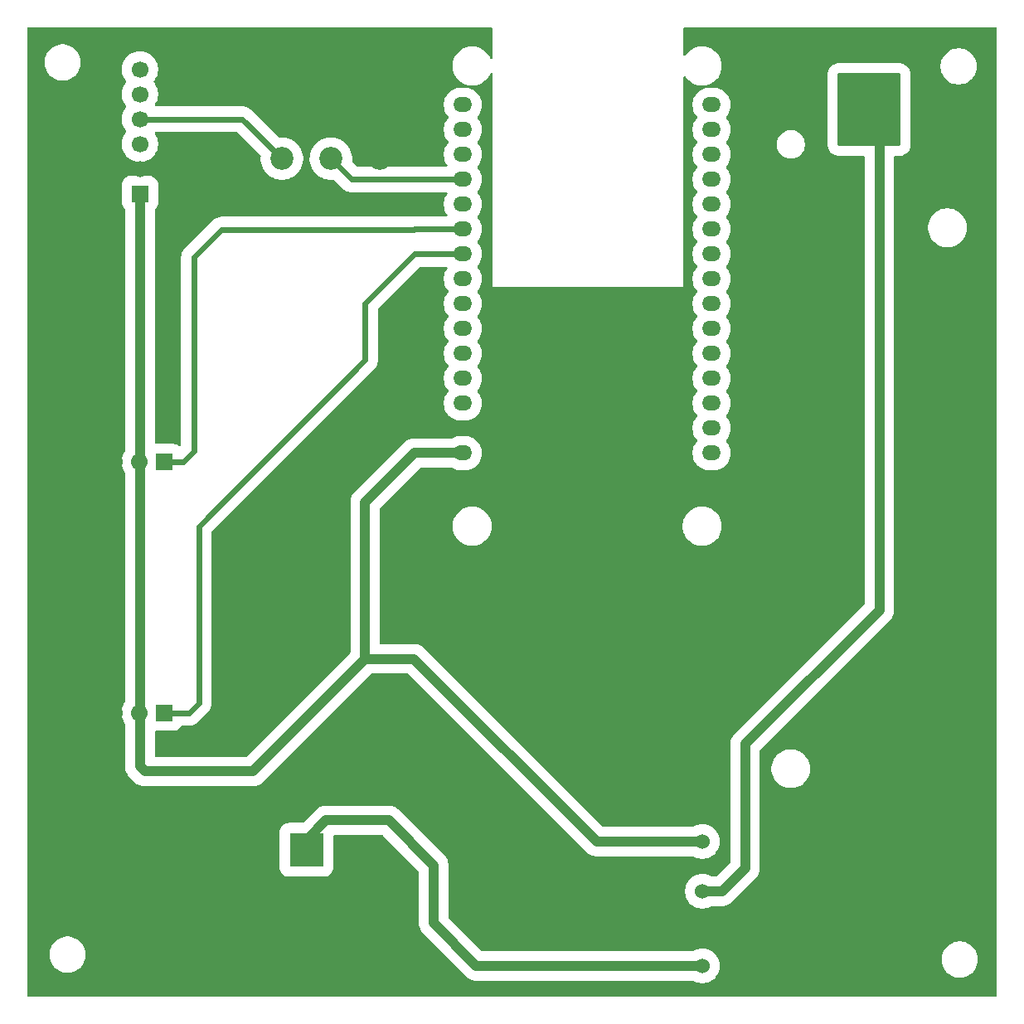
<source format=gbr>
%TF.GenerationSoftware,KiCad,Pcbnew,9.0.6*%
%TF.CreationDate,2025-11-27T10:25:12-05:00*%
%TF.ProjectId,Proyecto 2,50726f79-6563-4746-9f20-322e6b696361,rev?*%
%TF.SameCoordinates,Original*%
%TF.FileFunction,Copper,L2,Bot*%
%TF.FilePolarity,Positive*%
%FSLAX46Y46*%
G04 Gerber Fmt 4.6, Leading zero omitted, Abs format (unit mm)*
G04 Created by KiCad (PCBNEW 9.0.6) date 2025-11-27 10:25:12*
%MOMM*%
%LPD*%
G01*
G04 APERTURE LIST*
G04 Aperture macros list*
%AMRoundRect*
0 Rectangle with rounded corners*
0 $1 Rounding radius*
0 $2 $3 $4 $5 $6 $7 $8 $9 X,Y pos of 4 corners*
0 Add a 4 corners polygon primitive as box body*
4,1,4,$2,$3,$4,$5,$6,$7,$8,$9,$2,$3,0*
0 Add four circle primitives for the rounded corners*
1,1,$1+$1,$2,$3*
1,1,$1+$1,$4,$5*
1,1,$1+$1,$6,$7*
1,1,$1+$1,$8,$9*
0 Add four rect primitives between the rounded corners*
20,1,$1+$1,$2,$3,$4,$5,0*
20,1,$1+$1,$4,$5,$6,$7,0*
20,1,$1+$1,$6,$7,$8,$9,0*
20,1,$1+$1,$8,$9,$2,$3,0*%
G04 Aperture macros list end*
%TA.AperFunction,ComponentPad*%
%ADD10C,1.524000*%
%TD*%
%TA.AperFunction,ComponentPad*%
%ADD11C,2.340000*%
%TD*%
%TA.AperFunction,ComponentPad*%
%ADD12R,1.700000X1.700000*%
%TD*%
%TA.AperFunction,ComponentPad*%
%ADD13C,1.700000*%
%TD*%
%TA.AperFunction,ComponentPad*%
%ADD14R,3.500000X3.500000*%
%TD*%
%TA.AperFunction,ComponentPad*%
%ADD15RoundRect,0.750000X1.000000X-0.750000X1.000000X0.750000X-1.000000X0.750000X-1.000000X-0.750000X0*%
%TD*%
%TA.AperFunction,ComponentPad*%
%ADD16RoundRect,0.875000X0.875000X-0.875000X0.875000X0.875000X-0.875000X0.875000X-0.875000X-0.875000X0*%
%TD*%
%TA.AperFunction,ComponentPad*%
%ADD17O,1.900000X1.524000*%
%TD*%
%TA.AperFunction,SMDPad,CuDef*%
%ADD18RoundRect,0.250003X-2.999997X3.499997X-2.999997X-3.499997X2.999997X-3.499997X2.999997X3.499997X0*%
%TD*%
%TA.AperFunction,Conductor*%
%ADD19C,1.000000*%
%TD*%
%TA.AperFunction,Conductor*%
%ADD20C,0.600000*%
%TD*%
G04 APERTURE END LIST*
D10*
%TO.P,U2,1,VIN*%
%TO.N,VDC*%
X179930000Y-130850000D03*
%TO.P,U2,2,GND*%
%TO.N,GND*%
X179930000Y-128310000D03*
%TO.P,U2,3,GND*%
X179930000Y-125770000D03*
%TO.P,U2,4,BAT*%
%TO.N,+BATT*%
X179930000Y-123230000D03*
%TO.P,U2,5,GND*%
%TO.N,GND*%
X179930000Y-120690000D03*
%TO.P,U2,6,OUT-5V*%
%TO.N,+5V*%
X179930000Y-118150000D03*
%TD*%
D11*
%TO.P,RV1,1,1*%
%TO.N,GND*%
X146995590Y-48423478D03*
%TO.P,RV1,2,2*%
%TO.N,/ph2*%
X141995590Y-48423478D03*
%TO.P,RV1,3,3*%
%TO.N,/PH*%
X136995590Y-48423478D03*
%TD*%
D12*
%TO.P,J2,1,Pin_1*%
%TO.N,/Conduc*%
X125000000Y-79400000D03*
D13*
%TO.P,J2,2,Pin_2*%
%TO.N,+5V*%
X122460000Y-79400000D03*
%TO.P,J2,3,Pin_3*%
%TO.N,GND*%
X119920000Y-79400000D03*
%TD*%
D12*
%TO.P,J1,1,Pin_1*%
%TO.N,+5V*%
X122500000Y-52000000D03*
D13*
%TO.P,J1,2,Pin_2*%
%TO.N,GND*%
X122500000Y-49460000D03*
%TO.P,J1,3,Pin_3*%
%TO.N,unconnected-(J1-Pin_3-Pad3)*%
X122500000Y-46920000D03*
%TO.P,J1,4,Pin_4*%
%TO.N,/PH*%
X122500000Y-44380000D03*
%TO.P,J1,5,Pin_5*%
%TO.N,unconnected-(J1-Pin_5-Pad5)*%
X122500000Y-41840000D03*
%TO.P,J1,6,Pin_6*%
%TO.N,unconnected-(J1-Pin_6-Pad6)*%
X122500000Y-39300000D03*
%TD*%
D14*
%TO.P,J4,1*%
%TO.N,VDC*%
X139500000Y-119000000D03*
D15*
%TO.P,J4,2*%
%TO.N,GND*%
X139500000Y-125000000D03*
D16*
%TO.P,J4,3*%
X144200000Y-122000000D03*
%TD*%
D12*
%TO.P,J3,1,Pin_1*%
%TO.N,/Turbi*%
X124995420Y-104999084D03*
D13*
%TO.P,J3,2,Pin_2*%
%TO.N,+5V*%
X122455420Y-104999084D03*
%TO.P,J3,3,Pin_3*%
%TO.N,GND*%
X119915420Y-104999084D03*
%TD*%
D17*
%TO.P,U3,1,VIN*%
%TO.N,+5V*%
X155484055Y-78481904D03*
%TO.P,U3,2,GND*%
%TO.N,GND*%
X155484055Y-75941904D03*
%TO.P,U3,3,GPIO13*%
%TO.N,unconnected-(U3-GPIO13-Pad3)*%
X155484055Y-73401904D03*
%TO.P,U3,4,GPIO12*%
%TO.N,unconnected-(U3-GPIO12-Pad4)*%
X155484055Y-70861904D03*
%TO.P,U3,5,GPIO14*%
%TO.N,unconnected-(U3-GPIO14-Pad5)*%
X155484055Y-68321904D03*
%TO.P,U3,6,GPIO27*%
%TO.N,unconnected-(U3-GPIO27-Pad6)*%
X155484055Y-65781904D03*
%TO.P,U3,7,GPIO26*%
%TO.N,unconnected-(U3-GPIO26-Pad7)*%
X155484055Y-63241904D03*
%TO.P,U3,8,GPIO25*%
%TO.N,unconnected-(U3-GPIO25-Pad8)*%
X155484055Y-60701904D03*
%TO.P,U3,9,GPIO33*%
%TO.N,/Turbi*%
X155484055Y-58161904D03*
%TO.P,U3,10,GPIO32*%
%TO.N,/Conduc*%
X155484055Y-55621904D03*
%TO.P,U3,11,GPIO35*%
%TO.N,unconnected-(U3-GPIO35-Pad11)*%
X155484055Y-53081904D03*
%TO.P,U3,12,GPIO34*%
%TO.N,/ph2*%
X155484055Y-50541904D03*
%TO.P,U3,13,GPIO39*%
%TO.N,unconnected-(U3-GPIO39-Pad13)*%
X155484055Y-48001904D03*
%TO.P,U3,14,GPIO36*%
%TO.N,unconnected-(U3-GPIO36-Pad14)*%
X155484055Y-45461904D03*
%TO.P,U3,15,EN*%
%TO.N,unconnected-(U3-EN-Pad15)*%
X155484055Y-42921904D03*
%TO.P,U3,16,3.3v*%
%TO.N,unconnected-(U3-3.3v-Pad16)*%
X180884055Y-78481904D03*
%TO.P,U3,17,GND*%
%TO.N,unconnected-(U3-GND-Pad17)*%
X180884055Y-75941904D03*
%TO.P,U3,18,GPIO15*%
%TO.N,unconnected-(U3-GPIO15-Pad18)*%
X180884055Y-73401904D03*
%TO.P,U3,19,GPIO2*%
%TO.N,unconnected-(U3-GPIO2-Pad19)*%
X180884055Y-70861904D03*
%TO.P,U3,20,GPIO4*%
%TO.N,unconnected-(U3-GPIO4-Pad20)*%
X180884055Y-68321904D03*
%TO.P,U3,21,GPIO16*%
%TO.N,unconnected-(U3-GPIO16-Pad21)*%
X180884055Y-65781904D03*
%TO.P,U3,22,GPIO17*%
%TO.N,unconnected-(U3-GPIO17-Pad22)*%
X180884055Y-63241904D03*
%TO.P,U3,23,GPIO5*%
%TO.N,unconnected-(U3-GPIO5-Pad23)*%
X180884055Y-60701904D03*
%TO.P,U3,24,GPIO18*%
%TO.N,unconnected-(U3-GPIO18-Pad24)*%
X180884055Y-58161904D03*
%TO.P,U3,25,GPIO19*%
%TO.N,unconnected-(U3-GPIO19-Pad25)*%
X180884055Y-55621904D03*
%TO.P,U3,26,GPIO21*%
%TO.N,unconnected-(U3-GPIO21-Pad26)*%
X180884055Y-53081904D03*
%TO.P,U3,27,GPIO3*%
%TO.N,unconnected-(U3-GPIO3-Pad27)*%
X180884055Y-50541904D03*
%TO.P,U3,28,GPIO1*%
%TO.N,unconnected-(U3-GPIO1-Pad28)*%
X180884055Y-48001904D03*
%TO.P,U3,29,GPIO22*%
%TO.N,unconnected-(U3-GPIO22-Pad29)*%
X180884055Y-45461904D03*
%TO.P,U3,30,GPIO23*%
%TO.N,unconnected-(U3-GPIO23-Pad30)*%
X180884055Y-42921904D03*
%TD*%
D18*
%TO.P,BT1,1,+*%
%TO.N,+BATT*%
X196954923Y-43408232D03*
%TO.P,BT1,2,-*%
%TO.N,GND*%
X196954923Y-122788232D03*
%TD*%
D19*
%TO.N,+BATT*%
X179930000Y-123230000D02*
X181930000Y-123230000D01*
X181930000Y-123230000D02*
X184300000Y-120860000D01*
X198000000Y-94500000D02*
X198000000Y-41310000D01*
X184300000Y-108200000D02*
X198000000Y-94500000D01*
X184300000Y-120860000D02*
X184300000Y-108200000D01*
%TO.N,+5V*%
X122500000Y-105000000D02*
X122500000Y-110500000D01*
X179930000Y-118150000D02*
X169150000Y-118150000D01*
X150500000Y-99500000D02*
X145500000Y-99500000D01*
X134000000Y-111000000D02*
X145500000Y-99500000D01*
X122500000Y-79500000D02*
X122500000Y-105000000D01*
X122500000Y-79500000D02*
X122500000Y-71000000D01*
X145500000Y-83500000D02*
X150518096Y-78481904D01*
X150518096Y-78481904D02*
X155484055Y-78481904D01*
X123000000Y-111000000D02*
X134000000Y-111000000D01*
X122500000Y-110500000D02*
X123000000Y-111000000D01*
X145500000Y-99500000D02*
X145500000Y-83500000D01*
X169150000Y-118150000D02*
X150500000Y-99500000D01*
X122500000Y-71000000D02*
X122500000Y-52000000D01*
D20*
%TO.N,/PH*%
X132952112Y-44380000D02*
X122500000Y-44380000D01*
X136995590Y-48423478D02*
X132952112Y-44380000D01*
%TO.N,/Conduc*%
X125000000Y-79400000D02*
X126900000Y-79400000D01*
X130840000Y-55660000D02*
X150500000Y-55660000D01*
X128000000Y-78300000D02*
X128000000Y-58500000D01*
X150500000Y-55660000D02*
X150538096Y-55621904D01*
X126900000Y-79400000D02*
X128000000Y-78300000D01*
X150538096Y-55621904D02*
X155484055Y-55621904D01*
X128000000Y-58500000D02*
X130840000Y-55660000D01*
%TO.N,/Turbi*%
X128500000Y-86000000D02*
X128500000Y-104000000D01*
X145500000Y-69000000D02*
X128500000Y-86000000D01*
X155484055Y-58161904D02*
X150538096Y-58161904D01*
X128500000Y-104000000D02*
X127500000Y-105000000D01*
X150538096Y-58161904D02*
X145500000Y-63200000D01*
X145500000Y-63200000D02*
X145500000Y-69000000D01*
X127499084Y-104999084D02*
X124995420Y-104999084D01*
X127500000Y-105000000D02*
X127499084Y-104999084D01*
D19*
%TO.N,VDC*%
X156850000Y-130850000D02*
X152500000Y-126500000D01*
X147900000Y-116000000D02*
X141500000Y-116000000D01*
X152500000Y-120600000D02*
X147900000Y-116000000D01*
X179930000Y-130850000D02*
X156850000Y-130850000D01*
X141500000Y-116000000D02*
X139500000Y-118000000D01*
X139500000Y-118000000D02*
X139500000Y-119000000D01*
X152500000Y-126500000D02*
X152500000Y-120600000D01*
D20*
%TO.N,/ph2*%
X144114016Y-50541904D02*
X155484055Y-50541904D01*
X141995590Y-48423478D02*
X144114016Y-50541904D01*
%TD*%
%TA.AperFunction,Conductor*%
%TO.N,GND*%
G36*
X158443039Y-35020185D02*
G01*
X158488794Y-35072989D01*
X158500000Y-35124500D01*
X158500000Y-38152998D01*
X158480315Y-38220037D01*
X158427511Y-38265792D01*
X158358353Y-38275736D01*
X158294797Y-38246711D01*
X158261439Y-38200451D01*
X158209641Y-38075400D01*
X158209636Y-38075390D01*
X158078519Y-37848287D01*
X157918876Y-37640239D01*
X157918869Y-37640231D01*
X157733455Y-37454817D01*
X157733446Y-37454809D01*
X157525398Y-37295166D01*
X157298295Y-37164049D01*
X157298285Y-37164044D01*
X157056023Y-37063696D01*
X157056016Y-37063694D01*
X157056014Y-37063693D01*
X156802711Y-36995821D01*
X156744934Y-36988214D01*
X156542722Y-36961591D01*
X156542715Y-36961591D01*
X156280475Y-36961591D01*
X156280467Y-36961591D01*
X156049367Y-36992017D01*
X156020479Y-36995821D01*
X155788184Y-37058064D01*
X155767176Y-37063693D01*
X155767166Y-37063696D01*
X155524904Y-37164044D01*
X155524894Y-37164049D01*
X155297791Y-37295166D01*
X155089743Y-37454809D01*
X154904313Y-37640239D01*
X154744670Y-37848287D01*
X154613553Y-38075390D01*
X154613548Y-38075400D01*
X154513200Y-38317662D01*
X154513197Y-38317672D01*
X154469759Y-38479788D01*
X154445325Y-38570976D01*
X154411095Y-38830963D01*
X154411095Y-39093218D01*
X154424641Y-39196104D01*
X154445325Y-39353207D01*
X154466773Y-39433252D01*
X154513197Y-39606509D01*
X154513200Y-39606519D01*
X154613548Y-39848781D01*
X154613553Y-39848791D01*
X154744670Y-40075894D01*
X154904313Y-40283942D01*
X154904321Y-40283951D01*
X155089735Y-40469365D01*
X155089743Y-40469372D01*
X155297791Y-40629015D01*
X155524894Y-40760132D01*
X155524904Y-40760137D01*
X155743060Y-40850500D01*
X155767176Y-40860489D01*
X156020479Y-40928361D01*
X156280475Y-40962591D01*
X156280482Y-40962591D01*
X156542708Y-40962591D01*
X156542715Y-40962591D01*
X156802711Y-40928361D01*
X157056014Y-40860489D01*
X157298292Y-40760134D01*
X157525398Y-40629015D01*
X157733446Y-40469373D01*
X157733450Y-40469368D01*
X157733455Y-40469365D01*
X157918869Y-40283951D01*
X157918872Y-40283946D01*
X157918877Y-40283942D01*
X158078519Y-40075894D01*
X158209638Y-39848788D01*
X158261439Y-39723730D01*
X158305280Y-39669327D01*
X158371574Y-39647262D01*
X158439273Y-39664541D01*
X158486884Y-39715678D01*
X158500000Y-39771183D01*
X158500000Y-61500000D01*
X178000000Y-61500000D01*
X178000000Y-42806390D01*
X178933555Y-42806390D01*
X178933555Y-43037417D01*
X178933556Y-43037433D01*
X178963710Y-43266478D01*
X178963711Y-43266483D01*
X178963712Y-43266489D01*
X178963713Y-43266491D01*
X179023509Y-43489657D01*
X179111919Y-43703099D01*
X179111926Y-43703114D01*
X179227444Y-43903197D01*
X179368092Y-44086493D01*
X179368098Y-44086500D01*
X179385821Y-44104223D01*
X179419306Y-44165546D01*
X179414322Y-44235238D01*
X179385821Y-44279585D01*
X179368098Y-44297307D01*
X179368092Y-44297314D01*
X179227444Y-44480610D01*
X179111926Y-44680693D01*
X179111919Y-44680708D01*
X179023509Y-44894150D01*
X178963713Y-45117316D01*
X178963710Y-45117329D01*
X178933556Y-45346374D01*
X178933555Y-45346390D01*
X178933555Y-45577417D01*
X178933556Y-45577433D01*
X178963710Y-45806478D01*
X178963711Y-45806483D01*
X178963712Y-45806489D01*
X178986010Y-45889706D01*
X179023509Y-46029657D01*
X179111919Y-46243099D01*
X179111926Y-46243114D01*
X179227444Y-46443197D01*
X179368092Y-46626493D01*
X179368098Y-46626500D01*
X179385821Y-46644223D01*
X179419306Y-46705546D01*
X179414322Y-46775238D01*
X179385821Y-46819585D01*
X179368098Y-46837307D01*
X179368092Y-46837314D01*
X179227444Y-47020610D01*
X179111926Y-47220693D01*
X179111919Y-47220708D01*
X179023509Y-47434150D01*
X178963713Y-47657316D01*
X178963710Y-47657329D01*
X178933556Y-47886374D01*
X178933555Y-47886390D01*
X178933555Y-48117417D01*
X178933556Y-48117433D01*
X178963710Y-48346478D01*
X178963711Y-48346483D01*
X178963712Y-48346489D01*
X178981730Y-48413732D01*
X179023509Y-48569657D01*
X179111919Y-48783099D01*
X179111926Y-48783114D01*
X179227444Y-48983197D01*
X179368092Y-49166493D01*
X179368098Y-49166500D01*
X179385821Y-49184223D01*
X179419306Y-49245546D01*
X179414322Y-49315238D01*
X179385821Y-49359585D01*
X179368098Y-49377307D01*
X179368092Y-49377314D01*
X179227444Y-49560610D01*
X179111926Y-49760693D01*
X179111919Y-49760708D01*
X179023509Y-49974150D01*
X178963713Y-50197316D01*
X178963710Y-50197329D01*
X178933556Y-50426374D01*
X178933555Y-50426390D01*
X178933555Y-50657417D01*
X178933556Y-50657433D01*
X178963710Y-50886478D01*
X178963711Y-50886483D01*
X178963712Y-50886489D01*
X179018769Y-51091966D01*
X179023509Y-51109657D01*
X179111919Y-51323099D01*
X179111926Y-51323114D01*
X179227444Y-51523197D01*
X179368092Y-51706493D01*
X179368098Y-51706500D01*
X179385821Y-51724223D01*
X179419306Y-51785546D01*
X179414322Y-51855238D01*
X179385821Y-51899585D01*
X179368098Y-51917307D01*
X179368092Y-51917314D01*
X179227444Y-52100610D01*
X179111926Y-52300693D01*
X179111919Y-52300708D01*
X179023509Y-52514150D01*
X178963713Y-52737316D01*
X178963710Y-52737329D01*
X178933556Y-52966374D01*
X178933555Y-52966390D01*
X178933555Y-53197417D01*
X178933556Y-53197433D01*
X178963710Y-53426478D01*
X178963711Y-53426483D01*
X178963712Y-53426489D01*
X179011157Y-53603557D01*
X179023509Y-53649657D01*
X179111919Y-53863099D01*
X179111926Y-53863114D01*
X179227444Y-54063197D01*
X179368092Y-54246493D01*
X179368098Y-54246500D01*
X179385821Y-54264223D01*
X179419306Y-54325546D01*
X179414322Y-54395238D01*
X179385821Y-54439585D01*
X179368098Y-54457307D01*
X179368092Y-54457314D01*
X179227444Y-54640610D01*
X179111926Y-54840693D01*
X179111919Y-54840708D01*
X179023509Y-55054150D01*
X178963713Y-55277316D01*
X178963710Y-55277329D01*
X178933556Y-55506374D01*
X178933555Y-55506390D01*
X178933555Y-55737417D01*
X178933556Y-55737433D01*
X178963710Y-55966478D01*
X178963711Y-55966483D01*
X178963712Y-55966489D01*
X178963713Y-55966491D01*
X179023509Y-56189657D01*
X179111919Y-56403099D01*
X179111926Y-56403114D01*
X179227444Y-56603197D01*
X179368092Y-56786493D01*
X179368098Y-56786500D01*
X179385821Y-56804223D01*
X179419306Y-56865546D01*
X179414322Y-56935238D01*
X179385821Y-56979585D01*
X179368098Y-56997307D01*
X179368092Y-56997314D01*
X179227444Y-57180610D01*
X179111926Y-57380693D01*
X179111919Y-57380708D01*
X179023509Y-57594150D01*
X178963713Y-57817316D01*
X178963710Y-57817329D01*
X178933556Y-58046374D01*
X178933555Y-58046390D01*
X178933555Y-58277417D01*
X178933556Y-58277433D01*
X178963710Y-58506478D01*
X178963711Y-58506483D01*
X178963712Y-58506489D01*
X178963713Y-58506491D01*
X179023509Y-58729657D01*
X179111919Y-58943099D01*
X179111926Y-58943114D01*
X179227444Y-59143197D01*
X179368092Y-59326493D01*
X179368098Y-59326500D01*
X179385821Y-59344223D01*
X179419306Y-59405546D01*
X179414322Y-59475238D01*
X179385821Y-59519585D01*
X179368098Y-59537307D01*
X179368092Y-59537314D01*
X179227444Y-59720610D01*
X179111926Y-59920693D01*
X179111919Y-59920708D01*
X179023509Y-60134150D01*
X178963713Y-60357316D01*
X178963710Y-60357329D01*
X178933556Y-60586374D01*
X178933555Y-60586390D01*
X178933555Y-60817417D01*
X178933556Y-60817433D01*
X178963710Y-61046478D01*
X178963711Y-61046483D01*
X178963712Y-61046489D01*
X178963713Y-61046491D01*
X179023509Y-61269657D01*
X179111919Y-61483099D01*
X179111926Y-61483114D01*
X179227444Y-61683197D01*
X179368092Y-61866493D01*
X179368098Y-61866500D01*
X179385821Y-61884223D01*
X179419306Y-61945546D01*
X179414322Y-62015238D01*
X179385821Y-62059585D01*
X179368098Y-62077307D01*
X179368092Y-62077314D01*
X179227444Y-62260610D01*
X179111926Y-62460693D01*
X179111919Y-62460708D01*
X179023509Y-62674150D01*
X178963713Y-62897316D01*
X178963710Y-62897329D01*
X178933556Y-63126374D01*
X178933555Y-63126390D01*
X178933555Y-63357417D01*
X178933556Y-63357433D01*
X178963710Y-63586478D01*
X178963711Y-63586483D01*
X178963712Y-63586489D01*
X179004492Y-63738684D01*
X179023509Y-63809657D01*
X179111919Y-64023099D01*
X179111926Y-64023114D01*
X179227444Y-64223197D01*
X179368092Y-64406493D01*
X179368098Y-64406500D01*
X179385821Y-64424223D01*
X179419306Y-64485546D01*
X179414322Y-64555238D01*
X179385821Y-64599585D01*
X179368098Y-64617307D01*
X179368092Y-64617314D01*
X179227444Y-64800610D01*
X179111926Y-65000693D01*
X179111919Y-65000708D01*
X179023509Y-65214150D01*
X178963713Y-65437316D01*
X178963710Y-65437329D01*
X178933556Y-65666374D01*
X178933555Y-65666390D01*
X178933555Y-65897417D01*
X178933556Y-65897433D01*
X178963710Y-66126478D01*
X178963711Y-66126483D01*
X178963712Y-66126489D01*
X178963713Y-66126491D01*
X179023509Y-66349657D01*
X179111919Y-66563099D01*
X179111926Y-66563114D01*
X179227444Y-66763197D01*
X179368092Y-66946493D01*
X179368098Y-66946500D01*
X179385821Y-66964223D01*
X179419306Y-67025546D01*
X179414322Y-67095238D01*
X179385821Y-67139585D01*
X179368098Y-67157307D01*
X179368092Y-67157314D01*
X179227444Y-67340610D01*
X179111926Y-67540693D01*
X179111919Y-67540708D01*
X179023509Y-67754150D01*
X178963713Y-67977316D01*
X178963710Y-67977329D01*
X178933556Y-68206374D01*
X178933555Y-68206390D01*
X178933555Y-68437417D01*
X178933556Y-68437433D01*
X178963710Y-68666478D01*
X178963711Y-68666483D01*
X178963712Y-68666489D01*
X178963713Y-68666491D01*
X179023509Y-68889657D01*
X179111919Y-69103099D01*
X179111926Y-69103114D01*
X179227444Y-69303197D01*
X179368092Y-69486493D01*
X179368098Y-69486500D01*
X179385821Y-69504223D01*
X179419306Y-69565546D01*
X179414322Y-69635238D01*
X179385821Y-69679585D01*
X179368098Y-69697307D01*
X179368092Y-69697314D01*
X179227444Y-69880610D01*
X179111926Y-70080693D01*
X179111919Y-70080708D01*
X179023509Y-70294150D01*
X178963713Y-70517316D01*
X178963710Y-70517329D01*
X178933556Y-70746374D01*
X178933555Y-70746390D01*
X178933555Y-70977417D01*
X178933556Y-70977433D01*
X178963710Y-71206478D01*
X178963711Y-71206483D01*
X178963712Y-71206489D01*
X178963713Y-71206491D01*
X179023509Y-71429657D01*
X179111919Y-71643099D01*
X179111926Y-71643114D01*
X179227444Y-71843197D01*
X179368092Y-72026493D01*
X179368098Y-72026500D01*
X179385821Y-72044223D01*
X179419306Y-72105546D01*
X179414322Y-72175238D01*
X179385821Y-72219585D01*
X179368098Y-72237307D01*
X179368092Y-72237314D01*
X179227444Y-72420610D01*
X179111926Y-72620693D01*
X179111919Y-72620708D01*
X179023509Y-72834150D01*
X178963713Y-73057316D01*
X178963710Y-73057329D01*
X178933556Y-73286374D01*
X178933555Y-73286390D01*
X178933555Y-73517417D01*
X178933556Y-73517433D01*
X178963710Y-73746478D01*
X178963711Y-73746483D01*
X178963712Y-73746489D01*
X178963713Y-73746491D01*
X179023509Y-73969657D01*
X179111919Y-74183099D01*
X179111926Y-74183114D01*
X179227444Y-74383197D01*
X179368092Y-74566493D01*
X179368098Y-74566500D01*
X179385821Y-74584223D01*
X179419306Y-74645546D01*
X179414322Y-74715238D01*
X179385821Y-74759585D01*
X179368098Y-74777307D01*
X179368092Y-74777314D01*
X179227444Y-74960610D01*
X179111926Y-75160693D01*
X179111919Y-75160708D01*
X179023509Y-75374150D01*
X178963713Y-75597316D01*
X178963710Y-75597329D01*
X178933556Y-75826374D01*
X178933555Y-75826390D01*
X178933555Y-76057417D01*
X178933556Y-76057433D01*
X178963710Y-76286478D01*
X178963711Y-76286483D01*
X178963712Y-76286489D01*
X178963713Y-76286491D01*
X179023509Y-76509657D01*
X179111919Y-76723099D01*
X179111926Y-76723114D01*
X179227444Y-76923197D01*
X179368092Y-77106493D01*
X179368098Y-77106500D01*
X179385821Y-77124223D01*
X179419306Y-77185546D01*
X179414322Y-77255238D01*
X179385821Y-77299585D01*
X179368098Y-77317307D01*
X179368092Y-77317314D01*
X179227444Y-77500610D01*
X179111926Y-77700693D01*
X179111919Y-77700708D01*
X179023509Y-77914150D01*
X178963713Y-78137316D01*
X178963710Y-78137329D01*
X178933556Y-78366374D01*
X178933555Y-78366390D01*
X178933555Y-78597417D01*
X178933556Y-78597433D01*
X178963710Y-78826478D01*
X178963711Y-78826483D01*
X178963712Y-78826489D01*
X179020442Y-79038211D01*
X179023509Y-79049657D01*
X179111919Y-79263099D01*
X179111926Y-79263114D01*
X179227444Y-79463197D01*
X179368092Y-79646493D01*
X179368098Y-79646500D01*
X179531458Y-79809860D01*
X179531465Y-79809866D01*
X179714761Y-79950514D01*
X179914844Y-80066032D01*
X179914859Y-80066039D01*
X180006842Y-80104139D01*
X180128302Y-80154450D01*
X180351470Y-80214247D01*
X180580535Y-80244404D01*
X180580542Y-80244404D01*
X181187568Y-80244404D01*
X181187575Y-80244404D01*
X181416640Y-80214247D01*
X181639808Y-80154450D01*
X181853262Y-80066034D01*
X182053349Y-79950514D01*
X182236646Y-79809865D01*
X182400016Y-79646495D01*
X182540665Y-79463198D01*
X182656185Y-79263111D01*
X182744601Y-79049657D01*
X182804398Y-78826489D01*
X182834555Y-78597424D01*
X182834555Y-78366384D01*
X182804398Y-78137319D01*
X182744601Y-77914151D01*
X182656185Y-77700697D01*
X182557526Y-77529815D01*
X182540665Y-77500610D01*
X182400017Y-77317314D01*
X182382290Y-77299587D01*
X182348803Y-77238265D01*
X182353786Y-77168573D01*
X182382290Y-77124221D01*
X182400016Y-77106495D01*
X182540665Y-76923198D01*
X182656185Y-76723111D01*
X182657721Y-76719404D01*
X182658715Y-76717000D01*
X182744601Y-76509657D01*
X182804398Y-76286489D01*
X182834555Y-76057424D01*
X182834555Y-75826384D01*
X182804398Y-75597319D01*
X182744601Y-75374151D01*
X182694290Y-75252691D01*
X182656190Y-75160708D01*
X182656183Y-75160693D01*
X182540665Y-74960610D01*
X182400017Y-74777314D01*
X182382290Y-74759587D01*
X182348803Y-74698265D01*
X182353786Y-74628573D01*
X182382290Y-74584221D01*
X182400016Y-74566495D01*
X182540665Y-74383198D01*
X182656185Y-74183111D01*
X182744601Y-73969657D01*
X182804398Y-73746489D01*
X182834555Y-73517424D01*
X182834555Y-73286384D01*
X182804398Y-73057319D01*
X182744601Y-72834151D01*
X182656185Y-72620697D01*
X182540665Y-72420610D01*
X182400016Y-72237313D01*
X182382290Y-72219587D01*
X182348803Y-72158265D01*
X182353786Y-72088573D01*
X182382290Y-72044221D01*
X182400016Y-72026495D01*
X182540665Y-71843198D01*
X182656185Y-71643111D01*
X182744601Y-71429657D01*
X182804398Y-71206489D01*
X182834555Y-70977424D01*
X182834555Y-70746384D01*
X182804398Y-70517319D01*
X182744601Y-70294151D01*
X182656185Y-70080697D01*
X182604957Y-69991968D01*
X182540665Y-69880610D01*
X182400017Y-69697314D01*
X182382290Y-69679587D01*
X182348803Y-69618265D01*
X182353786Y-69548573D01*
X182382290Y-69504221D01*
X182387296Y-69499215D01*
X182400016Y-69486495D01*
X182540665Y-69303198D01*
X182656185Y-69103111D01*
X182744601Y-68889657D01*
X182804398Y-68666489D01*
X182834555Y-68437424D01*
X182834555Y-68206384D01*
X182804398Y-67977319D01*
X182744601Y-67754151D01*
X182656185Y-67540697D01*
X182540665Y-67340610D01*
X182400016Y-67157313D01*
X182382290Y-67139587D01*
X182348803Y-67078265D01*
X182353786Y-67008573D01*
X182382290Y-66964221D01*
X182400016Y-66946495D01*
X182540665Y-66763198D01*
X182656185Y-66563111D01*
X182744601Y-66349657D01*
X182804398Y-66126489D01*
X182834555Y-65897424D01*
X182834555Y-65666384D01*
X182804398Y-65437319D01*
X182744601Y-65214151D01*
X182656185Y-65000697D01*
X182540665Y-64800610D01*
X182400016Y-64617313D01*
X182382290Y-64599587D01*
X182348803Y-64538265D01*
X182353786Y-64468573D01*
X182382290Y-64424221D01*
X182400016Y-64406495D01*
X182540665Y-64223198D01*
X182656185Y-64023111D01*
X182744601Y-63809657D01*
X182804398Y-63586489D01*
X182834555Y-63357424D01*
X182834555Y-63126384D01*
X182804398Y-62897319D01*
X182744601Y-62674151D01*
X182656185Y-62460697D01*
X182540665Y-62260610D01*
X182400016Y-62077313D01*
X182382290Y-62059587D01*
X182348803Y-61998265D01*
X182353786Y-61928573D01*
X182382290Y-61884221D01*
X182400016Y-61866495D01*
X182540665Y-61683198D01*
X182656185Y-61483111D01*
X182744601Y-61269657D01*
X182804398Y-61046489D01*
X182834555Y-60817424D01*
X182834555Y-60586384D01*
X182804398Y-60357319D01*
X182744601Y-60134151D01*
X182656185Y-59920697D01*
X182540665Y-59720610D01*
X182400017Y-59537314D01*
X182382290Y-59519587D01*
X182348803Y-59458265D01*
X182353786Y-59388573D01*
X182382290Y-59344221D01*
X182400016Y-59326495D01*
X182540665Y-59143198D01*
X182656185Y-58943111D01*
X182744601Y-58729657D01*
X182804398Y-58506489D01*
X182834555Y-58277424D01*
X182834555Y-58046384D01*
X182804398Y-57817319D01*
X182744601Y-57594151D01*
X182686437Y-57453732D01*
X182656190Y-57380708D01*
X182656183Y-57380693D01*
X182540665Y-57180610D01*
X182400017Y-56997314D01*
X182382290Y-56979587D01*
X182348803Y-56918265D01*
X182353786Y-56848573D01*
X182382290Y-56804221D01*
X182400016Y-56786495D01*
X182540665Y-56603198D01*
X182656185Y-56403111D01*
X182744601Y-56189657D01*
X182804398Y-55966489D01*
X182834555Y-55737424D01*
X182834555Y-55506384D01*
X182804398Y-55277319D01*
X182744601Y-55054151D01*
X182656670Y-54841867D01*
X182656190Y-54840708D01*
X182656183Y-54840693D01*
X182540665Y-54640610D01*
X182400017Y-54457314D01*
X182382290Y-54439587D01*
X182348803Y-54378265D01*
X182353786Y-54308573D01*
X182382290Y-54264221D01*
X182390979Y-54255532D01*
X182400016Y-54246495D01*
X182540665Y-54063198D01*
X182656185Y-53863111D01*
X182744601Y-53649657D01*
X182804398Y-53426489D01*
X182834555Y-53197424D01*
X182834555Y-52966384D01*
X182804398Y-52737319D01*
X182744601Y-52514151D01*
X182656185Y-52300697D01*
X182540665Y-52100610D01*
X182400017Y-51917314D01*
X182382290Y-51899587D01*
X182348803Y-51838265D01*
X182353786Y-51768573D01*
X182382290Y-51724221D01*
X182400016Y-51706495D01*
X182540665Y-51523198D01*
X182656185Y-51323111D01*
X182744601Y-51109657D01*
X182804398Y-50886489D01*
X182834555Y-50657424D01*
X182834555Y-50426384D01*
X182804398Y-50197319D01*
X182744601Y-49974151D01*
X182656185Y-49760697D01*
X182540665Y-49560610D01*
X182406323Y-49385532D01*
X182400017Y-49377314D01*
X182382290Y-49359587D01*
X182348803Y-49298265D01*
X182353786Y-49228573D01*
X182382290Y-49184221D01*
X182390979Y-49175532D01*
X182400016Y-49166495D01*
X182540665Y-48983198D01*
X182656185Y-48783111D01*
X182744601Y-48569657D01*
X182804398Y-48346489D01*
X182834555Y-48117424D01*
X182834555Y-47886384D01*
X182804398Y-47657319D01*
X182744601Y-47434151D01*
X182691818Y-47306722D01*
X182656190Y-47220708D01*
X182656183Y-47220693D01*
X182540665Y-47020610D01*
X182468459Y-46926509D01*
X182468452Y-46926500D01*
X182413176Y-46854463D01*
X187509423Y-46854463D01*
X187509423Y-47082000D01*
X187545016Y-47306722D01*
X187615323Y-47523108D01*
X187615324Y-47523111D01*
X187712020Y-47712886D01*
X187718620Y-47725839D01*
X187852357Y-47909912D01*
X188013243Y-48070798D01*
X188197316Y-48204535D01*
X188296748Y-48255198D01*
X188400043Y-48307830D01*
X188400046Y-48307831D01*
X188508239Y-48342984D01*
X188616434Y-48378139D01*
X188720514Y-48394623D01*
X188841155Y-48413732D01*
X188841160Y-48413732D01*
X189068691Y-48413732D01*
X189177633Y-48396476D01*
X189293412Y-48378139D01*
X189509802Y-48307830D01*
X189712530Y-48204535D01*
X189896603Y-48070798D01*
X190057489Y-47909912D01*
X190191226Y-47725839D01*
X190294521Y-47523111D01*
X190364830Y-47306721D01*
X190396835Y-47104650D01*
X190400423Y-47082000D01*
X190400423Y-46854463D01*
X190376836Y-46705546D01*
X190364830Y-46629743D01*
X190313784Y-46472639D01*
X190294522Y-46413355D01*
X190294521Y-46413352D01*
X190191225Y-46210624D01*
X190057489Y-46026552D01*
X189896603Y-45865666D01*
X189712530Y-45731929D01*
X189650229Y-45700185D01*
X189509802Y-45628633D01*
X189509799Y-45628632D01*
X189293413Y-45558325D01*
X189068691Y-45522732D01*
X189068686Y-45522732D01*
X188841160Y-45522732D01*
X188841155Y-45522732D01*
X188616432Y-45558325D01*
X188400046Y-45628632D01*
X188400043Y-45628633D01*
X188197315Y-45731929D01*
X188094708Y-45806478D01*
X188013243Y-45865666D01*
X188013241Y-45865668D01*
X188013240Y-45865668D01*
X187852359Y-46026549D01*
X187852359Y-46026550D01*
X187852357Y-46026552D01*
X187799150Y-46099785D01*
X187718620Y-46210624D01*
X187615324Y-46413352D01*
X187615323Y-46413355D01*
X187545016Y-46629741D01*
X187509423Y-46854463D01*
X182413176Y-46854463D01*
X182400016Y-46837313D01*
X182377790Y-46815087D01*
X182373789Y-46810170D01*
X182362624Y-46783574D01*
X182348803Y-46758265D01*
X182349268Y-46751759D01*
X182346744Y-46745747D01*
X182351728Y-46717344D01*
X182353786Y-46688573D01*
X182357902Y-46682167D01*
X182358822Y-46676929D01*
X182366896Y-46668172D01*
X182382290Y-46644221D01*
X182400016Y-46626495D01*
X182540665Y-46443198D01*
X182656185Y-46243111D01*
X182744601Y-46029657D01*
X182804398Y-45806489D01*
X182834555Y-45577424D01*
X182834555Y-45346384D01*
X182804398Y-45117319D01*
X182744601Y-44894151D01*
X182656185Y-44680697D01*
X182540665Y-44480610D01*
X182400016Y-44297313D01*
X182382290Y-44279587D01*
X182348803Y-44218265D01*
X182353786Y-44148573D01*
X182382290Y-44104221D01*
X182400016Y-44086495D01*
X182540665Y-43903198D01*
X182656185Y-43703111D01*
X182744601Y-43489657D01*
X182804398Y-43266489D01*
X182834555Y-43037424D01*
X182834555Y-42806384D01*
X182804398Y-42577319D01*
X182744601Y-42354151D01*
X182656185Y-42140697D01*
X182540665Y-41940610D01*
X182400016Y-41757313D01*
X182400011Y-41757307D01*
X182236651Y-41593947D01*
X182236644Y-41593941D01*
X182053348Y-41453293D01*
X181853265Y-41337775D01*
X181853250Y-41337768D01*
X181639808Y-41249358D01*
X181619438Y-41243900D01*
X181416640Y-41189561D01*
X181416634Y-41189560D01*
X181416629Y-41189559D01*
X181187584Y-41159405D01*
X181187581Y-41159404D01*
X181187575Y-41159404D01*
X180580535Y-41159404D01*
X180580529Y-41159404D01*
X180580525Y-41159405D01*
X180351480Y-41189559D01*
X180351473Y-41189560D01*
X180351470Y-41189561D01*
X180257142Y-41214835D01*
X180128301Y-41249358D01*
X179914859Y-41337768D01*
X179914844Y-41337775D01*
X179714761Y-41453293D01*
X179531465Y-41593941D01*
X179531458Y-41593947D01*
X179368098Y-41757307D01*
X179368092Y-41757314D01*
X179227444Y-41940610D01*
X179111926Y-42140693D01*
X179111919Y-42140708D01*
X179023509Y-42354150D01*
X178963713Y-42577316D01*
X178963710Y-42577329D01*
X178933556Y-42806374D01*
X178933555Y-42806390D01*
X178000000Y-42806390D01*
X178000000Y-40114885D01*
X178019685Y-40047846D01*
X178072489Y-40002091D01*
X178141647Y-39992147D01*
X178205203Y-40021172D01*
X178231388Y-40052887D01*
X178244670Y-40075893D01*
X178404313Y-40283942D01*
X178404321Y-40283951D01*
X178589735Y-40469365D01*
X178589743Y-40469372D01*
X178797791Y-40629015D01*
X179024894Y-40760132D01*
X179024904Y-40760137D01*
X179243060Y-40850500D01*
X179267176Y-40860489D01*
X179520479Y-40928361D01*
X179780475Y-40962591D01*
X179780482Y-40962591D01*
X180042708Y-40962591D01*
X180042715Y-40962591D01*
X180302711Y-40928361D01*
X180556014Y-40860489D01*
X180798292Y-40760134D01*
X181025398Y-40629015D01*
X181233446Y-40469373D01*
X181233450Y-40469368D01*
X181233455Y-40469365D01*
X181418869Y-40283951D01*
X181418872Y-40283946D01*
X181418877Y-40283942D01*
X181578519Y-40075894D01*
X181709638Y-39848788D01*
X181721478Y-39820205D01*
X181785956Y-39664541D01*
X181809993Y-39606510D01*
X181877865Y-39353207D01*
X181912095Y-39093211D01*
X181912095Y-38830971D01*
X181877865Y-38570975D01*
X181809993Y-38317672D01*
X181780600Y-38246711D01*
X181709641Y-38075400D01*
X181709636Y-38075390D01*
X181578519Y-37848287D01*
X181418876Y-37640239D01*
X181418869Y-37640231D01*
X181233455Y-37454817D01*
X181233446Y-37454809D01*
X181025398Y-37295166D01*
X180798295Y-37164049D01*
X180798285Y-37164044D01*
X180556023Y-37063696D01*
X180556016Y-37063694D01*
X180556014Y-37063693D01*
X180302711Y-36995821D01*
X180244934Y-36988214D01*
X180042722Y-36961591D01*
X180042715Y-36961591D01*
X179780475Y-36961591D01*
X179780467Y-36961591D01*
X179549367Y-36992017D01*
X179520479Y-36995821D01*
X179288184Y-37058064D01*
X179267176Y-37063693D01*
X179267166Y-37063696D01*
X179024904Y-37164044D01*
X179024894Y-37164049D01*
X178797791Y-37295166D01*
X178589743Y-37454809D01*
X178404313Y-37640239D01*
X178244670Y-37848287D01*
X178231387Y-37871296D01*
X178180820Y-37919511D01*
X178112213Y-37932735D01*
X178047348Y-37906767D01*
X178006820Y-37849853D01*
X178000000Y-37809296D01*
X178000000Y-35124500D01*
X178019685Y-35057461D01*
X178072489Y-35011706D01*
X178124000Y-35000500D01*
X209875500Y-35000500D01*
X209942539Y-35020185D01*
X209988294Y-35072989D01*
X209999500Y-35124500D01*
X209999500Y-133875500D01*
X209979815Y-133942539D01*
X209927011Y-133988294D01*
X209875500Y-133999500D01*
X111124500Y-133999500D01*
X111057461Y-133979815D01*
X111011706Y-133927011D01*
X111000500Y-133875500D01*
X111000500Y-129578711D01*
X113249500Y-129578711D01*
X113249500Y-129821288D01*
X113255742Y-129868706D01*
X113281162Y-130061789D01*
X113297324Y-130122106D01*
X113343947Y-130296104D01*
X113354379Y-130321288D01*
X113436776Y-130520212D01*
X113558064Y-130730289D01*
X113558066Y-130730292D01*
X113558067Y-130730293D01*
X113705733Y-130922736D01*
X113705739Y-130922743D01*
X113877256Y-131094260D01*
X113877262Y-131094265D01*
X114069711Y-131241936D01*
X114279788Y-131363224D01*
X114503900Y-131456054D01*
X114738211Y-131518838D01*
X114918586Y-131542584D01*
X114978711Y-131550500D01*
X114978712Y-131550500D01*
X115221289Y-131550500D01*
X115269388Y-131544167D01*
X115461789Y-131518838D01*
X115696100Y-131456054D01*
X115920212Y-131363224D01*
X116130289Y-131241936D01*
X116322738Y-131094265D01*
X116494265Y-130922738D01*
X116641936Y-130730289D01*
X116763224Y-130520212D01*
X116856054Y-130296100D01*
X116918838Y-130061789D01*
X116950500Y-129821288D01*
X116950500Y-129578712D01*
X116918838Y-129338211D01*
X116856054Y-129103900D01*
X116763224Y-128879788D01*
X116641936Y-128669711D01*
X116494265Y-128477262D01*
X116494260Y-128477256D01*
X116322743Y-128305739D01*
X116322736Y-128305733D01*
X116130293Y-128158067D01*
X116130292Y-128158066D01*
X116130289Y-128158064D01*
X115920212Y-128036776D01*
X115920205Y-128036773D01*
X115696104Y-127943947D01*
X115461785Y-127881161D01*
X115221289Y-127849500D01*
X115221288Y-127849500D01*
X114978712Y-127849500D01*
X114978711Y-127849500D01*
X114738214Y-127881161D01*
X114503895Y-127943947D01*
X114279794Y-128036773D01*
X114279785Y-128036777D01*
X114069706Y-128158067D01*
X113877263Y-128305733D01*
X113877256Y-128305739D01*
X113705739Y-128477256D01*
X113705733Y-128477263D01*
X113558067Y-128669706D01*
X113436777Y-128879785D01*
X113436773Y-128879794D01*
X113343947Y-129103895D01*
X113281161Y-129338214D01*
X113249500Y-129578711D01*
X111000500Y-129578711D01*
X111000500Y-117191966D01*
X136749500Y-117191966D01*
X136749500Y-120808028D01*
X136749501Y-120808034D01*
X136760113Y-120927415D01*
X136816089Y-121123045D01*
X136816090Y-121123048D01*
X136816091Y-121123049D01*
X136910302Y-121303407D01*
X136910304Y-121303409D01*
X137038890Y-121461109D01*
X137132803Y-121537684D01*
X137196593Y-121589698D01*
X137376951Y-121683909D01*
X137572582Y-121739886D01*
X137691963Y-121750500D01*
X141308036Y-121750499D01*
X141427418Y-121739886D01*
X141623049Y-121683909D01*
X141803407Y-121589698D01*
X141961109Y-121461109D01*
X142089698Y-121303407D01*
X142183909Y-121123049D01*
X142239886Y-120927418D01*
X142250500Y-120808037D01*
X142250499Y-117624499D01*
X142270184Y-117557461D01*
X142322988Y-117511706D01*
X142374499Y-117500500D01*
X147227111Y-117500500D01*
X147294150Y-117520185D01*
X147314792Y-117536819D01*
X150963181Y-121185208D01*
X150996666Y-121246531D01*
X150999500Y-121272889D01*
X150999500Y-126618097D01*
X151036446Y-126851368D01*
X151109433Y-127075996D01*
X151216657Y-127286434D01*
X151355483Y-127477510D01*
X155872490Y-131994517D01*
X156063566Y-132133343D01*
X156256211Y-132231500D01*
X156274003Y-132240566D01*
X156274005Y-132240566D01*
X156274008Y-132240568D01*
X156394412Y-132279689D01*
X156498631Y-132313553D01*
X156731903Y-132350500D01*
X156731908Y-132350500D01*
X178970716Y-132350500D01*
X179032715Y-132367112D01*
X179148793Y-132434130D01*
X179148798Y-132434132D01*
X179148804Y-132434135D01*
X179240787Y-132472235D01*
X179362247Y-132522546D01*
X179585415Y-132582343D01*
X179814480Y-132612500D01*
X179814487Y-132612500D01*
X180045513Y-132612500D01*
X180045520Y-132612500D01*
X180274585Y-132582343D01*
X180497753Y-132522546D01*
X180711207Y-132434130D01*
X180911294Y-132318610D01*
X181094591Y-132177961D01*
X181257961Y-132014591D01*
X181398610Y-131831294D01*
X181514130Y-131631207D01*
X181602546Y-131417753D01*
X181662343Y-131194585D01*
X181692500Y-130965520D01*
X181692500Y-130734480D01*
X181662343Y-130505415D01*
X181602546Y-130282247D01*
X181518239Y-130078712D01*
X181518239Y-130078711D01*
X204349500Y-130078711D01*
X204349500Y-130321288D01*
X204381161Y-130561785D01*
X204443947Y-130796104D01*
X204536773Y-131020205D01*
X204536776Y-131020212D01*
X204658064Y-131230289D01*
X204658066Y-131230292D01*
X204658067Y-131230293D01*
X204805733Y-131422736D01*
X204805739Y-131422743D01*
X204977256Y-131594260D01*
X204977262Y-131594265D01*
X205169711Y-131741936D01*
X205379788Y-131863224D01*
X205603900Y-131956054D01*
X205838211Y-132018838D01*
X206018586Y-132042584D01*
X206078711Y-132050500D01*
X206078712Y-132050500D01*
X206321289Y-132050500D01*
X206369388Y-132044167D01*
X206561789Y-132018838D01*
X206796100Y-131956054D01*
X207020212Y-131863224D01*
X207230289Y-131741936D01*
X207422738Y-131594265D01*
X207594265Y-131422738D01*
X207741936Y-131230289D01*
X207863224Y-131020212D01*
X207956054Y-130796100D01*
X208018838Y-130561789D01*
X208050500Y-130321288D01*
X208050500Y-130078712D01*
X208018838Y-129838211D01*
X207956054Y-129603900D01*
X207863224Y-129379788D01*
X207741936Y-129169711D01*
X207594265Y-128977262D01*
X207594260Y-128977256D01*
X207422743Y-128805739D01*
X207422736Y-128805733D01*
X207230293Y-128658067D01*
X207230292Y-128658066D01*
X207230289Y-128658064D01*
X207020212Y-128536776D01*
X207020205Y-128536773D01*
X206796104Y-128443947D01*
X206561785Y-128381161D01*
X206321289Y-128349500D01*
X206321288Y-128349500D01*
X206078712Y-128349500D01*
X206078711Y-128349500D01*
X205838214Y-128381161D01*
X205603895Y-128443947D01*
X205379794Y-128536773D01*
X205379785Y-128536777D01*
X205169706Y-128658067D01*
X204977263Y-128805733D01*
X204977256Y-128805739D01*
X204805739Y-128977256D01*
X204805733Y-128977263D01*
X204658067Y-129169706D01*
X204536777Y-129379785D01*
X204536773Y-129379794D01*
X204443947Y-129603895D01*
X204381161Y-129838214D01*
X204349500Y-130078711D01*
X181518239Y-130078711D01*
X181514135Y-130068804D01*
X181514128Y-130068789D01*
X181398610Y-129868706D01*
X181257962Y-129685410D01*
X181257956Y-129685403D01*
X181094596Y-129522043D01*
X181094589Y-129522037D01*
X180911293Y-129381389D01*
X180711210Y-129265871D01*
X180711195Y-129265864D01*
X180497753Y-129177454D01*
X180468837Y-129169706D01*
X180274585Y-129117657D01*
X180274579Y-129117656D01*
X180274574Y-129117655D01*
X180045529Y-129087501D01*
X180045526Y-129087500D01*
X180045520Y-129087500D01*
X179814480Y-129087500D01*
X179814474Y-129087500D01*
X179814470Y-129087501D01*
X179585425Y-129117655D01*
X179585418Y-129117656D01*
X179585415Y-129117657D01*
X179491087Y-129142931D01*
X179362246Y-129177454D01*
X179148804Y-129265864D01*
X179148790Y-129265871D01*
X179032716Y-129332887D01*
X178970716Y-129349500D01*
X157522889Y-129349500D01*
X157455850Y-129329815D01*
X157435208Y-129313181D01*
X154036819Y-125914792D01*
X154003334Y-125853469D01*
X154000500Y-125827111D01*
X154000500Y-123114486D01*
X178167500Y-123114486D01*
X178167500Y-123345513D01*
X178167501Y-123345529D01*
X178197655Y-123574574D01*
X178197656Y-123574579D01*
X178197657Y-123574585D01*
X178197658Y-123574587D01*
X178257454Y-123797753D01*
X178345864Y-124011195D01*
X178345871Y-124011210D01*
X178461389Y-124211293D01*
X178602037Y-124394589D01*
X178602043Y-124394596D01*
X178765403Y-124557956D01*
X178765410Y-124557962D01*
X178948706Y-124698610D01*
X179148789Y-124814128D01*
X179148804Y-124814135D01*
X179240787Y-124852235D01*
X179362247Y-124902546D01*
X179585415Y-124962343D01*
X179814480Y-124992500D01*
X179814487Y-124992500D01*
X180045513Y-124992500D01*
X180045520Y-124992500D01*
X180274585Y-124962343D01*
X180497753Y-124902546D01*
X180711207Y-124814130D01*
X180827284Y-124747112D01*
X180889284Y-124730500D01*
X182048097Y-124730500D01*
X182281368Y-124693553D01*
X182505992Y-124620568D01*
X182716434Y-124513343D01*
X182907510Y-124374517D01*
X185444517Y-121837510D01*
X185583343Y-121646434D01*
X185690568Y-121435992D01*
X185763553Y-121211369D01*
X185779973Y-121107690D01*
X185800500Y-120978097D01*
X185800500Y-110588757D01*
X186979423Y-110588757D01*
X186979423Y-110847706D01*
X186979424Y-110847723D01*
X187013222Y-111104449D01*
X187013223Y-111104454D01*
X187013224Y-111104460D01*
X187013225Y-111104462D01*
X187080247Y-111354596D01*
X187179346Y-111593841D01*
X187179350Y-111593851D01*
X187308829Y-111818115D01*
X187466474Y-112023563D01*
X187466480Y-112023570D01*
X187649584Y-112206674D01*
X187649591Y-112206680D01*
X187855039Y-112364325D01*
X188079303Y-112493804D01*
X188079304Y-112493804D01*
X188079307Y-112493806D01*
X188318557Y-112592907D01*
X188568695Y-112659931D01*
X188825442Y-112693732D01*
X188825449Y-112693732D01*
X189084397Y-112693732D01*
X189084404Y-112693732D01*
X189341151Y-112659931D01*
X189591289Y-112592907D01*
X189830539Y-112493806D01*
X190054807Y-112364325D01*
X190260256Y-112206679D01*
X190443370Y-112023565D01*
X190601016Y-111818116D01*
X190730497Y-111593848D01*
X190829598Y-111354598D01*
X190896622Y-111104460D01*
X190930423Y-110847713D01*
X190930423Y-110588751D01*
X190896622Y-110332004D01*
X190829598Y-110081866D01*
X190730497Y-109842616D01*
X190601016Y-109618348D01*
X190509821Y-109499500D01*
X190443371Y-109412900D01*
X190443365Y-109412893D01*
X190260261Y-109229789D01*
X190260254Y-109229783D01*
X190054806Y-109072138D01*
X189830542Y-108942659D01*
X189830532Y-108942655D01*
X189591287Y-108843556D01*
X189450564Y-108805850D01*
X189341151Y-108776533D01*
X189341145Y-108776532D01*
X189341140Y-108776531D01*
X189084414Y-108742733D01*
X189084409Y-108742732D01*
X189084404Y-108742732D01*
X188825442Y-108742732D01*
X188825436Y-108742732D01*
X188825431Y-108742733D01*
X188568705Y-108776531D01*
X188568698Y-108776532D01*
X188568695Y-108776533D01*
X188515831Y-108790697D01*
X188318558Y-108843556D01*
X188079313Y-108942655D01*
X188079303Y-108942659D01*
X187855039Y-109072138D01*
X187649591Y-109229783D01*
X187649584Y-109229789D01*
X187466480Y-109412893D01*
X187466474Y-109412900D01*
X187308829Y-109618348D01*
X187179350Y-109842612D01*
X187179346Y-109842622D01*
X187080247Y-110081867D01*
X187013225Y-110332001D01*
X187013222Y-110332014D01*
X186979424Y-110588740D01*
X186979423Y-110588757D01*
X185800500Y-110588757D01*
X185800500Y-108872889D01*
X185820185Y-108805850D01*
X185836819Y-108785208D01*
X191597443Y-103024584D01*
X199144518Y-95477510D01*
X199283343Y-95286433D01*
X199390568Y-95075992D01*
X199463553Y-94851368D01*
X199500500Y-94618097D01*
X199500500Y-55348757D01*
X202979423Y-55348757D01*
X202979423Y-55607706D01*
X202979424Y-55607723D01*
X203013222Y-55864449D01*
X203013223Y-55864454D01*
X203013224Y-55864460D01*
X203040563Y-55966491D01*
X203080247Y-56114596D01*
X203179346Y-56353841D01*
X203179350Y-56353851D01*
X203308829Y-56578115D01*
X203466474Y-56783563D01*
X203466480Y-56783570D01*
X203649584Y-56966674D01*
X203649591Y-56966680D01*
X203855039Y-57124325D01*
X204079303Y-57253804D01*
X204079304Y-57253804D01*
X204079307Y-57253806D01*
X204318557Y-57352907D01*
X204568695Y-57419931D01*
X204825442Y-57453732D01*
X204825449Y-57453732D01*
X205084397Y-57453732D01*
X205084404Y-57453732D01*
X205341151Y-57419931D01*
X205591289Y-57352907D01*
X205830539Y-57253806D01*
X206054807Y-57124325D01*
X206260256Y-56966679D01*
X206443370Y-56783565D01*
X206601016Y-56578116D01*
X206730497Y-56353848D01*
X206829598Y-56114598D01*
X206896622Y-55864460D01*
X206930423Y-55607713D01*
X206930423Y-55348751D01*
X206896622Y-55092004D01*
X206829598Y-54841866D01*
X206730497Y-54602616D01*
X206646606Y-54457313D01*
X206601016Y-54378348D01*
X206443371Y-54172900D01*
X206443365Y-54172893D01*
X206260261Y-53989789D01*
X206260254Y-53989783D01*
X206054806Y-53832138D01*
X205830542Y-53702659D01*
X205830532Y-53702655D01*
X205591287Y-53603556D01*
X205432870Y-53561109D01*
X205341151Y-53536533D01*
X205341145Y-53536532D01*
X205341140Y-53536531D01*
X205084414Y-53502733D01*
X205084409Y-53502732D01*
X205084404Y-53502732D01*
X204825442Y-53502732D01*
X204825436Y-53502732D01*
X204825431Y-53502733D01*
X204568705Y-53536531D01*
X204568698Y-53536532D01*
X204568695Y-53536533D01*
X204515831Y-53550697D01*
X204318558Y-53603556D01*
X204079313Y-53702655D01*
X204079303Y-53702659D01*
X203855039Y-53832138D01*
X203649591Y-53989783D01*
X203649584Y-53989789D01*
X203466480Y-54172893D01*
X203466474Y-54172900D01*
X203308829Y-54378348D01*
X203179350Y-54602612D01*
X203179346Y-54602622D01*
X203080247Y-54841867D01*
X203013225Y-55092001D01*
X203013222Y-55092014D01*
X202979424Y-55348740D01*
X202979423Y-55348757D01*
X199500500Y-55348757D01*
X199500500Y-48282731D01*
X199520185Y-48215692D01*
X199572989Y-48169937D01*
X199624500Y-48158731D01*
X200019141Y-48158731D01*
X200019149Y-48158731D01*
X200151333Y-48148329D01*
X200151336Y-48148328D01*
X200151338Y-48148328D01*
X200286951Y-48114156D01*
X200369605Y-48093329D01*
X200574548Y-48000239D01*
X200759577Y-47872051D01*
X200918742Y-47712886D01*
X201046930Y-47527857D01*
X201140020Y-47322914D01*
X201195020Y-47104642D01*
X201205423Y-46972459D01*
X201205422Y-39844006D01*
X201195020Y-39711822D01*
X201195019Y-39711818D01*
X201195019Y-39711816D01*
X201140021Y-39493554D01*
X201140020Y-39493551D01*
X201107196Y-39421288D01*
X201046930Y-39288607D01*
X200945748Y-39142559D01*
X200918748Y-39103586D01*
X200918745Y-39103582D01*
X200918742Y-39103578D01*
X200759577Y-38944413D01*
X200759573Y-38944410D01*
X200759568Y-38944406D01*
X200664742Y-38878711D01*
X204249500Y-38878711D01*
X204249500Y-39121288D01*
X204281161Y-39361785D01*
X204343947Y-39596104D01*
X204436773Y-39820205D01*
X204436777Y-39820214D01*
X204453270Y-39848781D01*
X204558064Y-40030289D01*
X204558066Y-40030292D01*
X204558067Y-40030293D01*
X204705733Y-40222736D01*
X204705739Y-40222743D01*
X204877256Y-40394260D01*
X204877262Y-40394265D01*
X205069711Y-40541936D01*
X205279788Y-40663224D01*
X205503900Y-40756054D01*
X205738211Y-40818838D01*
X205918586Y-40842584D01*
X205978711Y-40850500D01*
X205978712Y-40850500D01*
X206221289Y-40850500D01*
X206269388Y-40844167D01*
X206461789Y-40818838D01*
X206696100Y-40756054D01*
X206920212Y-40663224D01*
X207130289Y-40541936D01*
X207322738Y-40394265D01*
X207494265Y-40222738D01*
X207641936Y-40030289D01*
X207763224Y-39820212D01*
X207856054Y-39596100D01*
X207918838Y-39361789D01*
X207950500Y-39121288D01*
X207950500Y-38878712D01*
X207918838Y-38638211D01*
X207856054Y-38403900D01*
X207763224Y-38179788D01*
X207641936Y-37969711D01*
X207494265Y-37777262D01*
X207494260Y-37777256D01*
X207322743Y-37605739D01*
X207322736Y-37605733D01*
X207130293Y-37458067D01*
X207130292Y-37458066D01*
X207130289Y-37458064D01*
X206920212Y-37336776D01*
X206920205Y-37336773D01*
X206696104Y-37243947D01*
X206461785Y-37181161D01*
X206221289Y-37149500D01*
X206221288Y-37149500D01*
X205978712Y-37149500D01*
X205978711Y-37149500D01*
X205738214Y-37181161D01*
X205503895Y-37243947D01*
X205279794Y-37336773D01*
X205279785Y-37336777D01*
X205069706Y-37458067D01*
X204877263Y-37605733D01*
X204877256Y-37605739D01*
X204705739Y-37777256D01*
X204705733Y-37777263D01*
X204558067Y-37969706D01*
X204436777Y-38179785D01*
X204436773Y-38179794D01*
X204343947Y-38403895D01*
X204281161Y-38638214D01*
X204249500Y-38878711D01*
X200664742Y-38878711D01*
X200574550Y-38816226D01*
X200574544Y-38816223D01*
X200369603Y-38723134D01*
X200369600Y-38723133D01*
X200151341Y-38668136D01*
X200151334Y-38668135D01*
X200107272Y-38664667D01*
X200019150Y-38657732D01*
X200019148Y-38657732D01*
X193890704Y-38657732D01*
X193890689Y-38657733D01*
X193758507Y-38668135D01*
X193540245Y-38723133D01*
X193540242Y-38723134D01*
X193335301Y-38816223D01*
X193335295Y-38816226D01*
X193150277Y-38944406D01*
X193150265Y-38944416D01*
X192991107Y-39103574D01*
X192991097Y-39103586D01*
X192862917Y-39288604D01*
X192862914Y-39288610D01*
X192769825Y-39493551D01*
X192769824Y-39493554D01*
X192714827Y-39711813D01*
X192714826Y-39711820D01*
X192704423Y-39843999D01*
X192704423Y-46972450D01*
X192704424Y-46972465D01*
X192714826Y-47104647D01*
X192769824Y-47322909D01*
X192769825Y-47322912D01*
X192862914Y-47527853D01*
X192862917Y-47527859D01*
X192991097Y-47712877D01*
X192991101Y-47712882D01*
X192991104Y-47712886D01*
X193150269Y-47872051D01*
X193150273Y-47872054D01*
X193150277Y-47872057D01*
X193204921Y-47909914D01*
X193335298Y-48000239D01*
X193540241Y-48093329D01*
X193540245Y-48093330D01*
X193758504Y-48148327D01*
X193758506Y-48148327D01*
X193758513Y-48148329D01*
X193890696Y-48158732D01*
X196375500Y-48158731D01*
X196442539Y-48178416D01*
X196488294Y-48231219D01*
X196499500Y-48282731D01*
X196499500Y-93827110D01*
X196479815Y-93894149D01*
X196463181Y-93914791D01*
X183155484Y-107222488D01*
X183016657Y-107413565D01*
X182909433Y-107624003D01*
X182836446Y-107848631D01*
X182799500Y-108081902D01*
X182799500Y-120187111D01*
X182779815Y-120254150D01*
X182763181Y-120274792D01*
X181344792Y-121693181D01*
X181283469Y-121726666D01*
X181257111Y-121729500D01*
X180889284Y-121729500D01*
X180827284Y-121712887D01*
X180711209Y-121645871D01*
X180711195Y-121645864D01*
X180497753Y-121557454D01*
X180274585Y-121497657D01*
X180274579Y-121497656D01*
X180274574Y-121497655D01*
X180045529Y-121467501D01*
X180045526Y-121467500D01*
X180045520Y-121467500D01*
X179814480Y-121467500D01*
X179814474Y-121467500D01*
X179814470Y-121467501D01*
X179585425Y-121497655D01*
X179585418Y-121497656D01*
X179585415Y-121497657D01*
X179491087Y-121522931D01*
X179362246Y-121557454D01*
X179148804Y-121645864D01*
X179148789Y-121645871D01*
X178948706Y-121761389D01*
X178765410Y-121902037D01*
X178765403Y-121902043D01*
X178602043Y-122065403D01*
X178602037Y-122065410D01*
X178461389Y-122248706D01*
X178345871Y-122448789D01*
X178345864Y-122448804D01*
X178257454Y-122662246D01*
X178197658Y-122885412D01*
X178197655Y-122885425D01*
X178167501Y-123114470D01*
X178167500Y-123114486D01*
X154000500Y-123114486D01*
X154000500Y-120481902D01*
X153963553Y-120248631D01*
X153890566Y-120024003D01*
X153818386Y-119882343D01*
X153818385Y-119882342D01*
X153783343Y-119813566D01*
X153644517Y-119622490D01*
X148877510Y-114855483D01*
X148686434Y-114716657D01*
X148475996Y-114609433D01*
X148251368Y-114536446D01*
X148018097Y-114499500D01*
X148018092Y-114499500D01*
X141618092Y-114499500D01*
X141381908Y-114499500D01*
X141381903Y-114499500D01*
X141148634Y-114536446D01*
X140924005Y-114609433D01*
X140713565Y-114716657D01*
X140522488Y-114855484D01*
X140522487Y-114855485D01*
X139164790Y-116213181D01*
X139103467Y-116246666D01*
X139077109Y-116249500D01*
X137691971Y-116249500D01*
X137691965Y-116249500D01*
X137691964Y-116249501D01*
X137680316Y-116250536D01*
X137572584Y-116260113D01*
X137376954Y-116316089D01*
X137286772Y-116363196D01*
X137196593Y-116410302D01*
X137196591Y-116410303D01*
X137196590Y-116410304D01*
X137038890Y-116538890D01*
X136910304Y-116696590D01*
X136816089Y-116876954D01*
X136760114Y-117072583D01*
X136760113Y-117072586D01*
X136749500Y-117191966D01*
X111000500Y-117191966D01*
X111000500Y-104877795D01*
X120604920Y-104877795D01*
X120604920Y-105120372D01*
X120636581Y-105360869D01*
X120699367Y-105595188D01*
X120792193Y-105819289D01*
X120792196Y-105819296D01*
X120913484Y-106029373D01*
X120913489Y-106029379D01*
X120913490Y-106029381D01*
X120973876Y-106108078D01*
X120999070Y-106173247D01*
X120999500Y-106183564D01*
X120999500Y-110618097D01*
X121036446Y-110851368D01*
X121109433Y-111075996D01*
X121216657Y-111286434D01*
X121266181Y-111354598D01*
X121355484Y-111477511D01*
X121355485Y-111477512D01*
X122022491Y-112144519D01*
X122022496Y-112144523D01*
X122108049Y-112206680D01*
X122213567Y-112283343D01*
X122347659Y-112351666D01*
X122424003Y-112390566D01*
X122424005Y-112390566D01*
X122424008Y-112390568D01*
X122544412Y-112429689D01*
X122648631Y-112463553D01*
X122881903Y-112500500D01*
X122881908Y-112500500D01*
X134118097Y-112500500D01*
X134351368Y-112463553D01*
X134575992Y-112390568D01*
X134786434Y-112283343D01*
X134977510Y-112144517D01*
X146085208Y-101036819D01*
X146146531Y-101003334D01*
X146172889Y-101000500D01*
X149827111Y-101000500D01*
X149894150Y-101020185D01*
X149914792Y-101036819D01*
X168172490Y-119294517D01*
X168363566Y-119433343D01*
X168451134Y-119477961D01*
X168574003Y-119540566D01*
X168574005Y-119540566D01*
X168574008Y-119540568D01*
X168694412Y-119579689D01*
X168798631Y-119613553D01*
X169031903Y-119650500D01*
X169031908Y-119650500D01*
X169268092Y-119650500D01*
X178970716Y-119650500D01*
X179032715Y-119667112D01*
X179148793Y-119734130D01*
X179148798Y-119734132D01*
X179148804Y-119734135D01*
X179240787Y-119772235D01*
X179362247Y-119822546D01*
X179585415Y-119882343D01*
X179814480Y-119912500D01*
X179814487Y-119912500D01*
X180045513Y-119912500D01*
X180045520Y-119912500D01*
X180274585Y-119882343D01*
X180497753Y-119822546D01*
X180711207Y-119734130D01*
X180911294Y-119618610D01*
X181094591Y-119477961D01*
X181257961Y-119314591D01*
X181398610Y-119131294D01*
X181514130Y-118931207D01*
X181602546Y-118717753D01*
X181662343Y-118494585D01*
X181692500Y-118265520D01*
X181692500Y-118034480D01*
X181662343Y-117805415D01*
X181602546Y-117582247D01*
X181514130Y-117368793D01*
X181398610Y-117168706D01*
X181257962Y-116985410D01*
X181257956Y-116985403D01*
X181094596Y-116822043D01*
X181094589Y-116822037D01*
X180911293Y-116681389D01*
X180711210Y-116565871D01*
X180711195Y-116565864D01*
X180497753Y-116477454D01*
X180274585Y-116417657D01*
X180274579Y-116417656D01*
X180274574Y-116417655D01*
X180045529Y-116387501D01*
X180045526Y-116387500D01*
X180045520Y-116387500D01*
X179814480Y-116387500D01*
X179814474Y-116387500D01*
X179814470Y-116387501D01*
X179585425Y-116417655D01*
X179585418Y-116417656D01*
X179585415Y-116417657D01*
X179491087Y-116442931D01*
X179362246Y-116477454D01*
X179148804Y-116565864D01*
X179148790Y-116565871D01*
X179032716Y-116632887D01*
X178970716Y-116649500D01*
X169822889Y-116649500D01*
X169755850Y-116629815D01*
X169735208Y-116613181D01*
X151477511Y-98355484D01*
X151286434Y-98216657D01*
X151075996Y-98109433D01*
X150851368Y-98036446D01*
X150618097Y-97999500D01*
X150618092Y-97999500D01*
X147124500Y-97999500D01*
X147057461Y-97979815D01*
X147011706Y-97927011D01*
X147000500Y-97875500D01*
X147000500Y-85830963D01*
X154411095Y-85830963D01*
X154411095Y-86093218D01*
X154432031Y-86252231D01*
X154445325Y-86353207D01*
X154510426Y-86596167D01*
X154513197Y-86606509D01*
X154513200Y-86606519D01*
X154613548Y-86848781D01*
X154613553Y-86848791D01*
X154744670Y-87075894D01*
X154904313Y-87283942D01*
X154904321Y-87283951D01*
X155089735Y-87469365D01*
X155089743Y-87469372D01*
X155297791Y-87629015D01*
X155524894Y-87760132D01*
X155524904Y-87760137D01*
X155767166Y-87860485D01*
X155767176Y-87860489D01*
X156020479Y-87928361D01*
X156280475Y-87962591D01*
X156280482Y-87962591D01*
X156542708Y-87962591D01*
X156542715Y-87962591D01*
X156802711Y-87928361D01*
X157056014Y-87860489D01*
X157298292Y-87760134D01*
X157525398Y-87629015D01*
X157733446Y-87469373D01*
X157733450Y-87469368D01*
X157733455Y-87469365D01*
X157918869Y-87283951D01*
X157918872Y-87283946D01*
X157918877Y-87283942D01*
X158078519Y-87075894D01*
X158209638Y-86848788D01*
X158309993Y-86606510D01*
X158377865Y-86353207D01*
X158412095Y-86093211D01*
X158412095Y-85830971D01*
X158412094Y-85830963D01*
X177911095Y-85830963D01*
X177911095Y-86093218D01*
X177932031Y-86252231D01*
X177945325Y-86353207D01*
X178010426Y-86596167D01*
X178013197Y-86606509D01*
X178013200Y-86606519D01*
X178113548Y-86848781D01*
X178113553Y-86848791D01*
X178244670Y-87075894D01*
X178404313Y-87283942D01*
X178404321Y-87283951D01*
X178589735Y-87469365D01*
X178589743Y-87469372D01*
X178797791Y-87629015D01*
X179024894Y-87760132D01*
X179024904Y-87760137D01*
X179267166Y-87860485D01*
X179267176Y-87860489D01*
X179520479Y-87928361D01*
X179780475Y-87962591D01*
X179780482Y-87962591D01*
X180042708Y-87962591D01*
X180042715Y-87962591D01*
X180302711Y-87928361D01*
X180556014Y-87860489D01*
X180798292Y-87760134D01*
X181025398Y-87629015D01*
X181233446Y-87469373D01*
X181233450Y-87469368D01*
X181233455Y-87469365D01*
X181418869Y-87283951D01*
X181418872Y-87283946D01*
X181418877Y-87283942D01*
X181578519Y-87075894D01*
X181709638Y-86848788D01*
X181809993Y-86606510D01*
X181877865Y-86353207D01*
X181912095Y-86093211D01*
X181912095Y-85830971D01*
X181877865Y-85570975D01*
X181809993Y-85317672D01*
X181711799Y-85080611D01*
X181709641Y-85075400D01*
X181709636Y-85075390D01*
X181578519Y-84848287D01*
X181418876Y-84640239D01*
X181418869Y-84640231D01*
X181233455Y-84454817D01*
X181233446Y-84454809D01*
X181025398Y-84295166D01*
X180798295Y-84164049D01*
X180798285Y-84164044D01*
X180556023Y-84063696D01*
X180556016Y-84063694D01*
X180556014Y-84063693D01*
X180302711Y-83995821D01*
X180244934Y-83988214D01*
X180042722Y-83961591D01*
X180042715Y-83961591D01*
X179780475Y-83961591D01*
X179780467Y-83961591D01*
X179549367Y-83992017D01*
X179520479Y-83995821D01*
X179267176Y-84063693D01*
X179267166Y-84063696D01*
X179024904Y-84164044D01*
X179024894Y-84164049D01*
X178797791Y-84295166D01*
X178589743Y-84454809D01*
X178404313Y-84640239D01*
X178244670Y-84848287D01*
X178113553Y-85075390D01*
X178113548Y-85075400D01*
X178013200Y-85317662D01*
X178013197Y-85317672D01*
X177964134Y-85500781D01*
X177945325Y-85570976D01*
X177911095Y-85830963D01*
X158412094Y-85830963D01*
X158377865Y-85570975D01*
X158309993Y-85317672D01*
X158211799Y-85080611D01*
X158209641Y-85075400D01*
X158209636Y-85075390D01*
X158078519Y-84848287D01*
X157918876Y-84640239D01*
X157918869Y-84640231D01*
X157733455Y-84454817D01*
X157733446Y-84454809D01*
X157525398Y-84295166D01*
X157298295Y-84164049D01*
X157298285Y-84164044D01*
X157056023Y-84063696D01*
X157056016Y-84063694D01*
X157056014Y-84063693D01*
X156802711Y-83995821D01*
X156744934Y-83988214D01*
X156542722Y-83961591D01*
X156542715Y-83961591D01*
X156280475Y-83961591D01*
X156280467Y-83961591D01*
X156049367Y-83992017D01*
X156020479Y-83995821D01*
X155767176Y-84063693D01*
X155767166Y-84063696D01*
X155524904Y-84164044D01*
X155524894Y-84164049D01*
X155297791Y-84295166D01*
X155089743Y-84454809D01*
X154904313Y-84640239D01*
X154744670Y-84848287D01*
X154613553Y-85075390D01*
X154613548Y-85075400D01*
X154513200Y-85317662D01*
X154513197Y-85317672D01*
X154464134Y-85500781D01*
X154445325Y-85570976D01*
X154411095Y-85830963D01*
X147000500Y-85830963D01*
X147000500Y-84172889D01*
X147020185Y-84105850D01*
X147036819Y-84085208D01*
X151103304Y-80018723D01*
X151164627Y-79985238D01*
X151190985Y-79982404D01*
X154336771Y-79982404D01*
X154398770Y-79999016D01*
X154514848Y-80066034D01*
X154514853Y-80066036D01*
X154514859Y-80066039D01*
X154606842Y-80104139D01*
X154728302Y-80154450D01*
X154951470Y-80214247D01*
X155180535Y-80244404D01*
X155180542Y-80244404D01*
X155787568Y-80244404D01*
X155787575Y-80244404D01*
X156016640Y-80214247D01*
X156239808Y-80154450D01*
X156453262Y-80066034D01*
X156653349Y-79950514D01*
X156836646Y-79809865D01*
X157000016Y-79646495D01*
X157140665Y-79463198D01*
X157256185Y-79263111D01*
X157344601Y-79049657D01*
X157404398Y-78826489D01*
X157434555Y-78597424D01*
X157434555Y-78366384D01*
X157404398Y-78137319D01*
X157344601Y-77914151D01*
X157256185Y-77700697D01*
X157157526Y-77529815D01*
X157140665Y-77500610D01*
X157000017Y-77317314D01*
X157000011Y-77317307D01*
X156836651Y-77153947D01*
X156836644Y-77153941D01*
X156653348Y-77013293D01*
X156453265Y-76897775D01*
X156453250Y-76897768D01*
X156239808Y-76809358D01*
X156016640Y-76749561D01*
X156016634Y-76749560D01*
X156016629Y-76749559D01*
X155787584Y-76719405D01*
X155787581Y-76719404D01*
X155787575Y-76719404D01*
X155180535Y-76719404D01*
X155180529Y-76719404D01*
X155180525Y-76719405D01*
X154951480Y-76749559D01*
X154951473Y-76749560D01*
X154951470Y-76749561D01*
X154857142Y-76774835D01*
X154728301Y-76809358D01*
X154514859Y-76897768D01*
X154514845Y-76897775D01*
X154398771Y-76964791D01*
X154336771Y-76981404D01*
X150399999Y-76981404D01*
X150166726Y-77018351D01*
X150015089Y-77067620D01*
X150015088Y-77067621D01*
X149942103Y-77091336D01*
X149942097Y-77091338D01*
X149731661Y-77198561D01*
X149540584Y-77337388D01*
X144355484Y-82522488D01*
X144216657Y-82713565D01*
X144109433Y-82924003D01*
X144036446Y-83148631D01*
X143999500Y-83381902D01*
X143999500Y-98827111D01*
X143979815Y-98894150D01*
X143963181Y-98914792D01*
X133414792Y-109463181D01*
X133353469Y-109496666D01*
X133327111Y-109499500D01*
X124124500Y-109499500D01*
X124057461Y-109479815D01*
X124011706Y-109427011D01*
X124000500Y-109375500D01*
X124000500Y-106973583D01*
X124020185Y-106906544D01*
X124072989Y-106860789D01*
X124124495Y-106849583D01*
X125903456Y-106849583D01*
X126022838Y-106838970D01*
X126218469Y-106782993D01*
X126398827Y-106688782D01*
X126556529Y-106560193D01*
X126685118Y-106402491D01*
X126694466Y-106384594D01*
X126704090Y-106366172D01*
X126752577Y-106315865D01*
X126813998Y-106299584D01*
X127382108Y-106299584D01*
X127392770Y-106300423D01*
X127392795Y-106300118D01*
X127397646Y-106300500D01*
X127397648Y-106300500D01*
X127602351Y-106300500D01*
X127602352Y-106300500D01*
X127804535Y-106268477D01*
X127999218Y-106205220D01*
X128181611Y-106112287D01*
X128347219Y-105991966D01*
X129340150Y-104999032D01*
X129340157Y-104999027D01*
X129347217Y-104991967D01*
X129347219Y-104991966D01*
X129491966Y-104847219D01*
X129491968Y-104847215D01*
X129491971Y-104847213D01*
X129544732Y-104774590D01*
X129612287Y-104681610D01*
X129704421Y-104500788D01*
X129704423Y-104500785D01*
X129705219Y-104499222D01*
X129705219Y-104499221D01*
X129705221Y-104499218D01*
X129768477Y-104304534D01*
X129800500Y-104102351D01*
X129800500Y-103897648D01*
X129800500Y-86590045D01*
X129820185Y-86523006D01*
X129836814Y-86502369D01*
X146340150Y-69999032D01*
X146340157Y-69999027D01*
X146347217Y-69991967D01*
X146347219Y-69991966D01*
X146491966Y-69847219D01*
X146491968Y-69847215D01*
X146491971Y-69847213D01*
X146600878Y-69697313D01*
X146612287Y-69681610D01*
X146672208Y-69564009D01*
X146672209Y-69564009D01*
X146705216Y-69499228D01*
X146705222Y-69499215D01*
X146709356Y-69486493D01*
X146768477Y-69304534D01*
X146800500Y-69102351D01*
X146800500Y-68897648D01*
X146800500Y-63790046D01*
X146820185Y-63723007D01*
X146836819Y-63702365D01*
X151040461Y-59498723D01*
X151101784Y-59465238D01*
X151128142Y-59462404D01*
X153774126Y-59462404D01*
X153841165Y-59482089D01*
X153886920Y-59534893D01*
X153896864Y-59604051D01*
X153872502Y-59661890D01*
X153827444Y-59720610D01*
X153711926Y-59920693D01*
X153711919Y-59920708D01*
X153623509Y-60134150D01*
X153563713Y-60357316D01*
X153563710Y-60357329D01*
X153533556Y-60586374D01*
X153533555Y-60586390D01*
X153533555Y-60817417D01*
X153533556Y-60817433D01*
X153563710Y-61046478D01*
X153563711Y-61046483D01*
X153563712Y-61046489D01*
X153563713Y-61046491D01*
X153623509Y-61269657D01*
X153711919Y-61483099D01*
X153711926Y-61483114D01*
X153827444Y-61683197D01*
X153968092Y-61866493D01*
X153968098Y-61866500D01*
X153985821Y-61884223D01*
X154019306Y-61945546D01*
X154014322Y-62015238D01*
X153985821Y-62059585D01*
X153968098Y-62077307D01*
X153968092Y-62077314D01*
X153827444Y-62260610D01*
X153711926Y-62460693D01*
X153711919Y-62460708D01*
X153623509Y-62674150D01*
X153563713Y-62897316D01*
X153563710Y-62897329D01*
X153533556Y-63126374D01*
X153533555Y-63126390D01*
X153533555Y-63357417D01*
X153533556Y-63357433D01*
X153563710Y-63586478D01*
X153563711Y-63586483D01*
X153563712Y-63586489D01*
X153604492Y-63738684D01*
X153623509Y-63809657D01*
X153711919Y-64023099D01*
X153711926Y-64023114D01*
X153827444Y-64223197D01*
X153968092Y-64406493D01*
X153968098Y-64406500D01*
X153985821Y-64424223D01*
X154019306Y-64485546D01*
X154014322Y-64555238D01*
X153985821Y-64599585D01*
X153968098Y-64617307D01*
X153968092Y-64617314D01*
X153827444Y-64800610D01*
X153711926Y-65000693D01*
X153711919Y-65000708D01*
X153623509Y-65214150D01*
X153563713Y-65437316D01*
X153563710Y-65437329D01*
X153533556Y-65666374D01*
X153533555Y-65666390D01*
X153533555Y-65897417D01*
X153533556Y-65897433D01*
X153563710Y-66126478D01*
X153563711Y-66126483D01*
X153563712Y-66126489D01*
X153563713Y-66126491D01*
X153623509Y-66349657D01*
X153711919Y-66563099D01*
X153711926Y-66563114D01*
X153827444Y-66763197D01*
X153968092Y-66946493D01*
X153968098Y-66946500D01*
X153985821Y-66964223D01*
X154019306Y-67025546D01*
X154014322Y-67095238D01*
X153985821Y-67139585D01*
X153968098Y-67157307D01*
X153968092Y-67157314D01*
X153827444Y-67340610D01*
X153711926Y-67540693D01*
X153711919Y-67540708D01*
X153623509Y-67754150D01*
X153563713Y-67977316D01*
X153563710Y-67977329D01*
X153533556Y-68206374D01*
X153533555Y-68206390D01*
X153533555Y-68437417D01*
X153533556Y-68437433D01*
X153563710Y-68666478D01*
X153563711Y-68666483D01*
X153563712Y-68666489D01*
X153563713Y-68666491D01*
X153623509Y-68889657D01*
X153711919Y-69103099D01*
X153711926Y-69103114D01*
X153827444Y-69303197D01*
X153968092Y-69486493D01*
X153968098Y-69486500D01*
X153985821Y-69504223D01*
X154019306Y-69565546D01*
X154014322Y-69635238D01*
X153985821Y-69679585D01*
X153968098Y-69697307D01*
X153968092Y-69697314D01*
X153827444Y-69880610D01*
X153711926Y-70080693D01*
X153711919Y-70080708D01*
X153623509Y-70294150D01*
X153563713Y-70517316D01*
X153563710Y-70517329D01*
X153533556Y-70746374D01*
X153533555Y-70746390D01*
X153533555Y-70977417D01*
X153533556Y-70977433D01*
X153563710Y-71206478D01*
X153563711Y-71206483D01*
X153563712Y-71206489D01*
X153563713Y-71206491D01*
X153623509Y-71429657D01*
X153711919Y-71643099D01*
X153711926Y-71643114D01*
X153827444Y-71843197D01*
X153968092Y-72026493D01*
X153968098Y-72026500D01*
X153985821Y-72044223D01*
X154019306Y-72105546D01*
X154014322Y-72175238D01*
X153985821Y-72219585D01*
X153968098Y-72237307D01*
X153968092Y-72237314D01*
X153827444Y-72420610D01*
X153711926Y-72620693D01*
X153711919Y-72620708D01*
X153623509Y-72834150D01*
X153563713Y-73057316D01*
X153563710Y-73057329D01*
X153533556Y-73286374D01*
X153533555Y-73286390D01*
X153533555Y-73517417D01*
X153533556Y-73517433D01*
X153563710Y-73746478D01*
X153563711Y-73746483D01*
X153563712Y-73746489D01*
X153563713Y-73746491D01*
X153623509Y-73969657D01*
X153711919Y-74183099D01*
X153711926Y-74183114D01*
X153827444Y-74383197D01*
X153968092Y-74566493D01*
X153968098Y-74566500D01*
X154131458Y-74729860D01*
X154131465Y-74729866D01*
X154314761Y-74870514D01*
X154514844Y-74986032D01*
X154514859Y-74986039D01*
X154606842Y-75024139D01*
X154728302Y-75074450D01*
X154951470Y-75134247D01*
X155180535Y-75164404D01*
X155180542Y-75164404D01*
X155787568Y-75164404D01*
X155787575Y-75164404D01*
X156016640Y-75134247D01*
X156239808Y-75074450D01*
X156453262Y-74986034D01*
X156653349Y-74870514D01*
X156836646Y-74729865D01*
X157000016Y-74566495D01*
X157140665Y-74383198D01*
X157256185Y-74183111D01*
X157344601Y-73969657D01*
X157404398Y-73746489D01*
X157434555Y-73517424D01*
X157434555Y-73286384D01*
X157404398Y-73057319D01*
X157344601Y-72834151D01*
X157256185Y-72620697D01*
X157140665Y-72420610D01*
X157000016Y-72237313D01*
X156982290Y-72219587D01*
X156948803Y-72158265D01*
X156953786Y-72088573D01*
X156982290Y-72044221D01*
X157000016Y-72026495D01*
X157140665Y-71843198D01*
X157256185Y-71643111D01*
X157344601Y-71429657D01*
X157404398Y-71206489D01*
X157434555Y-70977424D01*
X157434555Y-70746384D01*
X157404398Y-70517319D01*
X157344601Y-70294151D01*
X157256185Y-70080697D01*
X157204957Y-69991968D01*
X157140665Y-69880610D01*
X157000017Y-69697314D01*
X156982290Y-69679587D01*
X156948803Y-69618265D01*
X156953786Y-69548573D01*
X156982290Y-69504221D01*
X156987296Y-69499215D01*
X157000016Y-69486495D01*
X157140665Y-69303198D01*
X157256185Y-69103111D01*
X157344601Y-68889657D01*
X157404398Y-68666489D01*
X157434555Y-68437424D01*
X157434555Y-68206384D01*
X157404398Y-67977319D01*
X157344601Y-67754151D01*
X157256185Y-67540697D01*
X157140665Y-67340610D01*
X157000016Y-67157313D01*
X156982290Y-67139587D01*
X156948803Y-67078265D01*
X156953786Y-67008573D01*
X156982290Y-66964221D01*
X157000016Y-66946495D01*
X157140665Y-66763198D01*
X157256185Y-66563111D01*
X157344601Y-66349657D01*
X157404398Y-66126489D01*
X157434555Y-65897424D01*
X157434555Y-65666384D01*
X157404398Y-65437319D01*
X157344601Y-65214151D01*
X157256185Y-65000697D01*
X157140665Y-64800610D01*
X157000016Y-64617313D01*
X156982290Y-64599587D01*
X156948803Y-64538265D01*
X156953786Y-64468573D01*
X156982290Y-64424221D01*
X157000016Y-64406495D01*
X157140665Y-64223198D01*
X157256185Y-64023111D01*
X157344601Y-63809657D01*
X157404398Y-63586489D01*
X157434555Y-63357424D01*
X157434555Y-63126384D01*
X157404398Y-62897319D01*
X157344601Y-62674151D01*
X157256185Y-62460697D01*
X157140665Y-62260610D01*
X157000016Y-62077313D01*
X156982290Y-62059587D01*
X156948803Y-61998265D01*
X156953786Y-61928573D01*
X156982290Y-61884221D01*
X157000016Y-61866495D01*
X157140665Y-61683198D01*
X157256185Y-61483111D01*
X157344601Y-61269657D01*
X157404398Y-61046489D01*
X157434555Y-60817424D01*
X157434555Y-60586384D01*
X157404398Y-60357319D01*
X157344601Y-60134151D01*
X157256185Y-59920697D01*
X157140665Y-59720610D01*
X157000017Y-59537314D01*
X156982290Y-59519587D01*
X156948803Y-59458265D01*
X156953786Y-59388573D01*
X156982290Y-59344221D01*
X157000016Y-59326495D01*
X157140665Y-59143198D01*
X157256185Y-58943111D01*
X157344601Y-58729657D01*
X157404398Y-58506489D01*
X157434555Y-58277424D01*
X157434555Y-58046384D01*
X157404398Y-57817319D01*
X157344601Y-57594151D01*
X157286437Y-57453732D01*
X157256190Y-57380708D01*
X157256183Y-57380693D01*
X157140665Y-57180610D01*
X157000017Y-56997314D01*
X156982290Y-56979587D01*
X156948803Y-56918265D01*
X156953786Y-56848573D01*
X156982290Y-56804221D01*
X157000016Y-56786495D01*
X157140665Y-56603198D01*
X157256185Y-56403111D01*
X157344601Y-56189657D01*
X157404398Y-55966489D01*
X157434555Y-55737424D01*
X157434555Y-55506384D01*
X157404398Y-55277319D01*
X157344601Y-55054151D01*
X157256670Y-54841867D01*
X157256190Y-54840708D01*
X157256183Y-54840693D01*
X157140665Y-54640610D01*
X157000017Y-54457314D01*
X156982290Y-54439587D01*
X156948803Y-54378265D01*
X156953786Y-54308573D01*
X156982290Y-54264221D01*
X156990979Y-54255532D01*
X157000016Y-54246495D01*
X157140665Y-54063198D01*
X157256185Y-53863111D01*
X157344601Y-53649657D01*
X157404398Y-53426489D01*
X157434555Y-53197424D01*
X157434555Y-52966384D01*
X157404398Y-52737319D01*
X157344601Y-52514151D01*
X157256185Y-52300697D01*
X157140665Y-52100610D01*
X157000017Y-51917314D01*
X156982290Y-51899587D01*
X156948803Y-51838265D01*
X156953786Y-51768573D01*
X156982290Y-51724221D01*
X157000016Y-51706495D01*
X157140665Y-51523198D01*
X157256185Y-51323111D01*
X157344601Y-51109657D01*
X157404398Y-50886489D01*
X157434555Y-50657424D01*
X157434555Y-50426384D01*
X157404398Y-50197319D01*
X157344601Y-49974151D01*
X157256185Y-49760697D01*
X157140665Y-49560610D01*
X157006323Y-49385532D01*
X157000017Y-49377314D01*
X156982290Y-49359587D01*
X156948803Y-49298265D01*
X156953786Y-49228573D01*
X156982290Y-49184221D01*
X156990979Y-49175532D01*
X157000016Y-49166495D01*
X157140665Y-48983198D01*
X157256185Y-48783111D01*
X157344601Y-48569657D01*
X157404398Y-48346489D01*
X157434555Y-48117424D01*
X157434555Y-47886384D01*
X157404398Y-47657319D01*
X157344601Y-47434151D01*
X157291818Y-47306722D01*
X157256190Y-47220708D01*
X157256183Y-47220693D01*
X157140665Y-47020610D01*
X157000017Y-46837314D01*
X156982290Y-46819587D01*
X156948803Y-46758265D01*
X156953786Y-46688573D01*
X156982290Y-46644221D01*
X157000016Y-46626495D01*
X157140665Y-46443198D01*
X157256185Y-46243111D01*
X157344601Y-46029657D01*
X157404398Y-45806489D01*
X157434555Y-45577424D01*
X157434555Y-45346384D01*
X157404398Y-45117319D01*
X157344601Y-44894151D01*
X157256185Y-44680697D01*
X157140665Y-44480610D01*
X157000016Y-44297313D01*
X156982290Y-44279587D01*
X156948803Y-44218265D01*
X156953786Y-44148573D01*
X156982290Y-44104221D01*
X157000016Y-44086495D01*
X157140665Y-43903198D01*
X157256185Y-43703111D01*
X157344601Y-43489657D01*
X157404398Y-43266489D01*
X157434555Y-43037424D01*
X157434555Y-42806384D01*
X157404398Y-42577319D01*
X157344601Y-42354151D01*
X157256185Y-42140697D01*
X157140665Y-41940610D01*
X157000016Y-41757313D01*
X157000011Y-41757307D01*
X156836651Y-41593947D01*
X156836644Y-41593941D01*
X156653348Y-41453293D01*
X156453265Y-41337775D01*
X156453250Y-41337768D01*
X156239808Y-41249358D01*
X156219438Y-41243900D01*
X156016640Y-41189561D01*
X156016634Y-41189560D01*
X156016629Y-41189559D01*
X155787584Y-41159405D01*
X155787581Y-41159404D01*
X155787575Y-41159404D01*
X155180535Y-41159404D01*
X155180529Y-41159404D01*
X155180525Y-41159405D01*
X154951480Y-41189559D01*
X154951473Y-41189560D01*
X154951470Y-41189561D01*
X154857142Y-41214835D01*
X154728301Y-41249358D01*
X154514859Y-41337768D01*
X154514844Y-41337775D01*
X154314761Y-41453293D01*
X154131465Y-41593941D01*
X154131458Y-41593947D01*
X153968098Y-41757307D01*
X153968092Y-41757314D01*
X153827444Y-41940610D01*
X153711926Y-42140693D01*
X153711919Y-42140708D01*
X153623509Y-42354150D01*
X153563713Y-42577316D01*
X153563710Y-42577329D01*
X153533556Y-42806374D01*
X153533555Y-42806390D01*
X153533555Y-43037417D01*
X153533556Y-43037433D01*
X153563710Y-43266478D01*
X153563711Y-43266483D01*
X153563712Y-43266489D01*
X153563713Y-43266491D01*
X153623509Y-43489657D01*
X153711919Y-43703099D01*
X153711926Y-43703114D01*
X153827444Y-43903197D01*
X153968092Y-44086493D01*
X153968098Y-44086500D01*
X153985821Y-44104223D01*
X154019306Y-44165546D01*
X154014322Y-44235238D01*
X153985821Y-44279585D01*
X153968098Y-44297307D01*
X153968092Y-44297314D01*
X153827444Y-44480610D01*
X153711926Y-44680693D01*
X153711919Y-44680708D01*
X153623509Y-44894150D01*
X153563713Y-45117316D01*
X153563710Y-45117329D01*
X153533556Y-45346374D01*
X153533555Y-45346390D01*
X153533555Y-45577417D01*
X153533556Y-45577433D01*
X153563710Y-45806478D01*
X153563711Y-45806483D01*
X153563712Y-45806489D01*
X153586010Y-45889706D01*
X153623509Y-46029657D01*
X153711919Y-46243099D01*
X153711926Y-46243114D01*
X153827444Y-46443197D01*
X153968092Y-46626493D01*
X153968098Y-46626500D01*
X153985821Y-46644223D01*
X154019306Y-46705546D01*
X154014322Y-46775238D01*
X153985821Y-46819585D01*
X153968098Y-46837307D01*
X153968092Y-46837314D01*
X153827444Y-47020610D01*
X153711926Y-47220693D01*
X153711919Y-47220708D01*
X153623509Y-47434150D01*
X153563713Y-47657316D01*
X153563710Y-47657329D01*
X153533556Y-47886374D01*
X153533555Y-47886390D01*
X153533555Y-48117417D01*
X153533556Y-48117433D01*
X153563710Y-48346478D01*
X153563711Y-48346483D01*
X153563712Y-48346489D01*
X153581730Y-48413732D01*
X153623509Y-48569657D01*
X153711919Y-48783099D01*
X153711926Y-48783114D01*
X153827444Y-48983197D01*
X153872502Y-49041918D01*
X153897696Y-49107087D01*
X153883658Y-49175532D01*
X153834843Y-49225521D01*
X153774126Y-49241404D01*
X144704062Y-49241404D01*
X144637023Y-49221719D01*
X144616381Y-49205085D01*
X144187335Y-48776038D01*
X144153850Y-48714715D01*
X144152077Y-48672176D01*
X144166090Y-48565740D01*
X144166090Y-48281216D01*
X144128952Y-47999126D01*
X144055312Y-47724297D01*
X143946429Y-47461431D01*
X143946427Y-47461428D01*
X143946425Y-47461423D01*
X143804167Y-47215026D01*
X143630961Y-46989298D01*
X143630955Y-46989291D01*
X143429776Y-46788112D01*
X143429769Y-46788106D01*
X143204041Y-46614900D01*
X142957644Y-46472642D01*
X142957633Y-46472637D01*
X142886558Y-46443197D01*
X142694771Y-46363756D01*
X142419942Y-46290116D01*
X142419936Y-46290115D01*
X142419931Y-46290114D01*
X142137861Y-46252979D01*
X142137858Y-46252978D01*
X142137852Y-46252978D01*
X141853328Y-46252978D01*
X141853322Y-46252978D01*
X141853318Y-46252979D01*
X141571248Y-46290114D01*
X141571241Y-46290115D01*
X141571238Y-46290116D01*
X141296409Y-46363756D01*
X141176674Y-46413352D01*
X141033546Y-46472637D01*
X141033535Y-46472642D01*
X140787138Y-46614900D01*
X140561410Y-46788106D01*
X140561403Y-46788112D01*
X140360224Y-46989291D01*
X140360218Y-46989298D01*
X140187012Y-47215026D01*
X140044754Y-47461423D01*
X140044749Y-47461434D01*
X139986439Y-47602207D01*
X139935868Y-47724297D01*
X139886133Y-47909913D01*
X139862229Y-47999123D01*
X139862226Y-47999136D01*
X139835185Y-48204534D01*
X139825091Y-48281213D01*
X139825090Y-48281222D01*
X139825090Y-48565733D01*
X139825091Y-48565749D01*
X139862226Y-48847819D01*
X139862227Y-48847824D01*
X139862228Y-48847830D01*
X139935868Y-49122659D01*
X140008607Y-49298265D01*
X140044749Y-49385521D01*
X140044754Y-49385532D01*
X140187012Y-49631929D01*
X140360218Y-49857657D01*
X140360224Y-49857664D01*
X140561403Y-50058843D01*
X140561410Y-50058849D01*
X140787138Y-50232055D01*
X141033535Y-50374313D01*
X141033540Y-50374315D01*
X141033543Y-50374317D01*
X141296409Y-50483200D01*
X141571238Y-50556840D01*
X141853328Y-50593978D01*
X141853335Y-50593978D01*
X142137845Y-50593978D01*
X142137852Y-50593978D01*
X142244285Y-50579965D01*
X142313318Y-50590730D01*
X142348150Y-50615223D01*
X143118924Y-51385996D01*
X143118938Y-51386011D01*
X143122049Y-51389122D01*
X143122050Y-51389123D01*
X143266797Y-51533870D01*
X143266800Y-51533872D01*
X143266803Y-51533875D01*
X143340381Y-51587331D01*
X143371783Y-51610146D01*
X143432406Y-51654191D01*
X143521863Y-51699771D01*
X143614797Y-51747125D01*
X143614800Y-51747126D01*
X143680809Y-51768573D01*
X143809482Y-51810381D01*
X144011664Y-51842404D01*
X144011665Y-51842404D01*
X144216368Y-51842404D01*
X153774126Y-51842404D01*
X153841165Y-51862089D01*
X153886920Y-51914893D01*
X153896864Y-51984051D01*
X153872502Y-52041890D01*
X153827444Y-52100610D01*
X153711926Y-52300693D01*
X153711919Y-52300708D01*
X153623509Y-52514150D01*
X153563713Y-52737316D01*
X153563710Y-52737329D01*
X153533556Y-52966374D01*
X153533555Y-52966390D01*
X153533555Y-53197417D01*
X153533556Y-53197433D01*
X153563710Y-53426478D01*
X153563711Y-53426483D01*
X153563712Y-53426489D01*
X153611157Y-53603557D01*
X153623509Y-53649657D01*
X153711919Y-53863099D01*
X153711926Y-53863114D01*
X153827444Y-54063197D01*
X153872502Y-54121918D01*
X153897696Y-54187087D01*
X153883658Y-54255532D01*
X153834843Y-54305521D01*
X153774126Y-54321404D01*
X150640448Y-54321404D01*
X150435744Y-54321404D01*
X150409593Y-54325546D01*
X150233558Y-54353427D01*
X150233550Y-54353430D01*
X150233540Y-54353431D01*
X150228818Y-54354565D01*
X150228728Y-54354193D01*
X150195230Y-54359500D01*
X130947487Y-54359500D01*
X130947463Y-54359499D01*
X130942352Y-54359499D01*
X130737649Y-54359499D01*
X130670254Y-54370173D01*
X130535464Y-54391523D01*
X130535461Y-54391523D01*
X130340784Y-54454777D01*
X130340781Y-54454778D01*
X130158390Y-54547712D01*
X129992781Y-54668033D01*
X127008036Y-57652778D01*
X126887713Y-57818388D01*
X126841246Y-57909585D01*
X126841245Y-57909584D01*
X126794333Y-58001655D01*
X126793272Y-58005420D01*
X126731522Y-58195467D01*
X126719381Y-58272126D01*
X126699500Y-58397648D01*
X126699500Y-77690628D01*
X126679815Y-77757667D01*
X126627011Y-77803422D01*
X126557853Y-77813366D01*
X126497140Y-77786730D01*
X126403412Y-77710305D01*
X126403408Y-77710303D01*
X126403407Y-77710302D01*
X126223049Y-77616091D01*
X126223048Y-77616090D01*
X126223045Y-77616089D01*
X126105829Y-77582550D01*
X126027418Y-77560114D01*
X126027415Y-77560113D01*
X126027413Y-77560113D01*
X125954631Y-77553642D01*
X125908037Y-77549500D01*
X125908033Y-77549500D01*
X124124500Y-77549500D01*
X124057461Y-77529815D01*
X124011706Y-77477011D01*
X124000500Y-77425500D01*
X124000500Y-53669416D01*
X124020185Y-53602377D01*
X124046138Y-53573315D01*
X124061109Y-53561109D01*
X124189698Y-53403407D01*
X124283909Y-53223049D01*
X124339886Y-53027418D01*
X124350500Y-52908037D01*
X124350499Y-51091964D01*
X124339886Y-50972582D01*
X124283909Y-50776951D01*
X124189698Y-50596593D01*
X124137684Y-50532803D01*
X124061109Y-50438890D01*
X123903409Y-50310304D01*
X123903410Y-50310304D01*
X123903407Y-50310302D01*
X123723049Y-50216091D01*
X123723048Y-50216090D01*
X123723045Y-50216089D01*
X123605829Y-50182550D01*
X123527418Y-50160114D01*
X123527415Y-50160113D01*
X123527413Y-50160113D01*
X123461102Y-50154217D01*
X123408037Y-50149500D01*
X123408032Y-50149500D01*
X121591971Y-50149500D01*
X121591965Y-50149500D01*
X121591964Y-50149501D01*
X121580316Y-50150536D01*
X121472584Y-50160113D01*
X121276954Y-50216089D01*
X121246389Y-50232055D01*
X121096593Y-50310302D01*
X121096591Y-50310303D01*
X121096590Y-50310304D01*
X120938890Y-50438890D01*
X120810304Y-50596590D01*
X120716089Y-50776954D01*
X120660114Y-50972583D01*
X120660113Y-50972586D01*
X120649500Y-51091966D01*
X120649500Y-52908028D01*
X120649501Y-52908034D01*
X120660113Y-53027415D01*
X120716089Y-53223045D01*
X120716090Y-53223048D01*
X120716091Y-53223049D01*
X120810302Y-53403407D01*
X120810304Y-53403409D01*
X120918852Y-53536534D01*
X120938891Y-53561109D01*
X120953859Y-53573314D01*
X120993377Y-53630932D01*
X120999500Y-53669416D01*
X120999500Y-78221488D01*
X120979815Y-78288527D01*
X120973876Y-78296974D01*
X120918063Y-78369711D01*
X120796777Y-78579784D01*
X120796773Y-78579794D01*
X120703947Y-78803895D01*
X120641161Y-79038214D01*
X120609500Y-79278711D01*
X120609500Y-79521288D01*
X120641161Y-79761785D01*
X120703947Y-79996104D01*
X120794304Y-80214245D01*
X120796776Y-80220212D01*
X120918064Y-80430289D01*
X120918069Y-80430295D01*
X120918070Y-80430297D01*
X120973876Y-80503025D01*
X120999070Y-80568194D01*
X120999500Y-80578511D01*
X120999500Y-103814603D01*
X120979815Y-103881642D01*
X120973876Y-103890089D01*
X120913483Y-103968795D01*
X120792197Y-104178868D01*
X120792193Y-104178878D01*
X120699367Y-104402979D01*
X120636581Y-104637298D01*
X120604920Y-104877795D01*
X111000500Y-104877795D01*
X111000500Y-38478711D01*
X112749500Y-38478711D01*
X112749500Y-38721288D01*
X112781161Y-38961785D01*
X112843947Y-39196104D01*
X112912575Y-39361785D01*
X112936776Y-39420212D01*
X113058064Y-39630289D01*
X113058066Y-39630292D01*
X113058067Y-39630293D01*
X113205733Y-39822736D01*
X113205739Y-39822743D01*
X113377256Y-39994260D01*
X113377262Y-39994265D01*
X113569711Y-40141936D01*
X113779788Y-40263224D01*
X114003900Y-40356054D01*
X114238211Y-40418838D01*
X114418586Y-40442584D01*
X114478711Y-40450500D01*
X114478712Y-40450500D01*
X114721289Y-40450500D01*
X114769388Y-40444167D01*
X114961789Y-40418838D01*
X115196100Y-40356054D01*
X115420212Y-40263224D01*
X115630289Y-40141936D01*
X115822738Y-39994265D01*
X115994265Y-39822738D01*
X116141936Y-39630289D01*
X116263224Y-39420212D01*
X116356054Y-39196100D01*
X116360713Y-39178711D01*
X120649500Y-39178711D01*
X120649500Y-39421288D01*
X120681161Y-39661785D01*
X120743947Y-39896104D01*
X120818419Y-40075894D01*
X120836776Y-40120212D01*
X120958064Y-40330289D01*
X120958066Y-40330292D01*
X120958067Y-40330293D01*
X121084077Y-40494514D01*
X121109271Y-40559683D01*
X121095232Y-40628128D01*
X121084077Y-40645486D01*
X120958067Y-40809706D01*
X120836777Y-41019785D01*
X120836773Y-41019794D01*
X120743947Y-41243895D01*
X120681161Y-41478214D01*
X120649500Y-41718711D01*
X120649500Y-41961288D01*
X120681161Y-42201785D01*
X120743947Y-42436104D01*
X120802445Y-42577329D01*
X120836776Y-42660212D01*
X120958064Y-42870289D01*
X120958066Y-42870292D01*
X120958067Y-42870293D01*
X121084077Y-43034514D01*
X121109271Y-43099683D01*
X121095232Y-43168128D01*
X121084077Y-43185486D01*
X120958067Y-43349706D01*
X120836777Y-43559785D01*
X120836773Y-43559794D01*
X120743947Y-43783895D01*
X120681161Y-44018214D01*
X120649500Y-44258711D01*
X120649500Y-44501288D01*
X120681161Y-44741785D01*
X120743947Y-44976104D01*
X120802445Y-45117329D01*
X120836776Y-45200212D01*
X120958064Y-45410289D01*
X120958066Y-45410292D01*
X120958067Y-45410293D01*
X121084077Y-45574514D01*
X121109271Y-45639683D01*
X121095232Y-45708128D01*
X121084077Y-45725486D01*
X120958067Y-45889706D01*
X120836777Y-46099785D01*
X120836773Y-46099794D01*
X120743947Y-46323895D01*
X120681161Y-46558214D01*
X120649500Y-46798711D01*
X120649500Y-47041288D01*
X120681161Y-47281785D01*
X120743947Y-47516104D01*
X120836773Y-47740205D01*
X120836776Y-47740212D01*
X120958064Y-47950289D01*
X120958066Y-47950292D01*
X120958067Y-47950293D01*
X121105733Y-48142736D01*
X121105739Y-48142743D01*
X121277256Y-48314260D01*
X121277262Y-48314265D01*
X121469711Y-48461936D01*
X121679788Y-48583224D01*
X121903900Y-48676054D01*
X122138211Y-48738838D01*
X122318586Y-48762584D01*
X122378711Y-48770500D01*
X122378712Y-48770500D01*
X122621289Y-48770500D01*
X122669388Y-48764167D01*
X122861789Y-48738838D01*
X123096100Y-48676054D01*
X123320212Y-48583224D01*
X123530289Y-48461936D01*
X123722738Y-48314265D01*
X123894265Y-48142738D01*
X124041936Y-47950289D01*
X124163224Y-47740212D01*
X124256054Y-47516100D01*
X124318838Y-47281789D01*
X124350500Y-47041288D01*
X124350500Y-46798712D01*
X124318838Y-46558211D01*
X124256054Y-46323900D01*
X124163224Y-46099788D01*
X124041936Y-45889711D01*
X124034474Y-45879986D01*
X124009280Y-45814817D01*
X124023318Y-45746372D01*
X124072133Y-45696383D01*
X124132850Y-45680500D01*
X132362065Y-45680500D01*
X132429104Y-45700185D01*
X132449746Y-45716819D01*
X134803843Y-48070916D01*
X134837328Y-48132239D01*
X134839101Y-48174781D01*
X134825090Y-48281213D01*
X134825090Y-48565733D01*
X134825091Y-48565749D01*
X134862226Y-48847819D01*
X134862227Y-48847824D01*
X134862228Y-48847830D01*
X134935868Y-49122659D01*
X135008607Y-49298265D01*
X135044749Y-49385521D01*
X135044754Y-49385532D01*
X135187012Y-49631929D01*
X135360218Y-49857657D01*
X135360224Y-49857664D01*
X135561403Y-50058843D01*
X135561410Y-50058849D01*
X135787138Y-50232055D01*
X136033535Y-50374313D01*
X136033540Y-50374315D01*
X136033543Y-50374317D01*
X136296409Y-50483200D01*
X136571238Y-50556840D01*
X136853328Y-50593978D01*
X136853335Y-50593978D01*
X137137845Y-50593978D01*
X137137852Y-50593978D01*
X137419942Y-50556840D01*
X137694771Y-50483200D01*
X137957637Y-50374317D01*
X138204042Y-50232055D01*
X138429771Y-50058848D01*
X138630960Y-49857659D01*
X138804167Y-49631930D01*
X138946429Y-49385525D01*
X139055312Y-49122659D01*
X139128952Y-48847830D01*
X139166090Y-48565740D01*
X139166090Y-48281216D01*
X139128952Y-47999126D01*
X139055312Y-47724297D01*
X138946429Y-47461431D01*
X138946427Y-47461428D01*
X138946425Y-47461423D01*
X138804167Y-47215026D01*
X138630961Y-46989298D01*
X138630955Y-46989291D01*
X138429776Y-46788112D01*
X138429769Y-46788106D01*
X138204041Y-46614900D01*
X137957644Y-46472642D01*
X137957633Y-46472637D01*
X137886558Y-46443197D01*
X137694771Y-46363756D01*
X137419942Y-46290116D01*
X137419936Y-46290115D01*
X137419931Y-46290114D01*
X137137861Y-46252979D01*
X137137858Y-46252978D01*
X137137852Y-46252978D01*
X136853328Y-46252978D01*
X136853326Y-46252978D01*
X136746893Y-46266989D01*
X136677858Y-46256223D01*
X136643028Y-46231731D01*
X133799333Y-43388036D01*
X133799331Y-43388034D01*
X133633723Y-43267713D01*
X133542526Y-43221246D01*
X133451335Y-43174781D01*
X133397417Y-43157262D01*
X133353988Y-43143151D01*
X133330115Y-43135394D01*
X133256647Y-43111522D01*
X133082107Y-43083878D01*
X133054464Y-43079500D01*
X133054463Y-43079500D01*
X124132850Y-43079500D01*
X124065811Y-43059815D01*
X124020056Y-43007011D01*
X124010112Y-42937853D01*
X124034474Y-42880014D01*
X124035998Y-42878026D01*
X124041936Y-42870289D01*
X124163224Y-42660212D01*
X124256054Y-42436100D01*
X124318838Y-42201789D01*
X124350500Y-41961288D01*
X124350500Y-41718712D01*
X124318838Y-41478211D01*
X124256054Y-41243900D01*
X124163224Y-41019788D01*
X124041936Y-40809711D01*
X123915922Y-40645486D01*
X123890728Y-40580317D01*
X123904766Y-40511872D01*
X123915922Y-40494514D01*
X123973990Y-40418838D01*
X124041936Y-40330289D01*
X124163224Y-40120212D01*
X124256054Y-39896100D01*
X124318838Y-39661789D01*
X124350500Y-39421288D01*
X124350500Y-39178712D01*
X124345740Y-39142559D01*
X124321942Y-38961789D01*
X124318838Y-38938211D01*
X124256054Y-38703900D01*
X124163224Y-38479788D01*
X124041936Y-38269711D01*
X123972936Y-38179788D01*
X123894266Y-38077263D01*
X123894260Y-38077256D01*
X123722743Y-37905739D01*
X123722736Y-37905733D01*
X123530293Y-37758067D01*
X123530292Y-37758066D01*
X123530289Y-37758064D01*
X123320212Y-37636776D01*
X123320205Y-37636773D01*
X123096104Y-37543947D01*
X122861785Y-37481161D01*
X122621289Y-37449500D01*
X122621288Y-37449500D01*
X122378712Y-37449500D01*
X122378711Y-37449500D01*
X122138214Y-37481161D01*
X121903895Y-37543947D01*
X121679794Y-37636773D01*
X121679785Y-37636777D01*
X121469706Y-37758067D01*
X121277263Y-37905733D01*
X121277256Y-37905739D01*
X121105739Y-38077256D01*
X121105733Y-38077263D01*
X120958067Y-38269706D01*
X120958064Y-38269710D01*
X120958064Y-38269711D01*
X120941817Y-38297851D01*
X120836777Y-38479785D01*
X120836773Y-38479794D01*
X120743947Y-38703895D01*
X120681161Y-38938214D01*
X120649500Y-39178711D01*
X116360713Y-39178711D01*
X116418838Y-38961789D01*
X116450500Y-38721288D01*
X116450500Y-38478712D01*
X116418838Y-38238211D01*
X116356054Y-38003900D01*
X116263224Y-37779788D01*
X116141936Y-37569711D01*
X115994265Y-37377262D01*
X115994260Y-37377256D01*
X115822743Y-37205739D01*
X115822736Y-37205733D01*
X115630293Y-37058067D01*
X115630292Y-37058066D01*
X115630289Y-37058064D01*
X115420212Y-36936776D01*
X115420205Y-36936773D01*
X115196104Y-36843947D01*
X114961785Y-36781161D01*
X114721289Y-36749500D01*
X114721288Y-36749500D01*
X114478712Y-36749500D01*
X114478711Y-36749500D01*
X114238214Y-36781161D01*
X114003895Y-36843947D01*
X113779794Y-36936773D01*
X113779785Y-36936777D01*
X113569706Y-37058067D01*
X113377263Y-37205733D01*
X113377256Y-37205739D01*
X113205739Y-37377256D01*
X113205733Y-37377263D01*
X113058067Y-37569706D01*
X112936777Y-37779785D01*
X112936773Y-37779794D01*
X112843947Y-38003895D01*
X112781161Y-38238214D01*
X112749500Y-38478711D01*
X111000500Y-38478711D01*
X111000500Y-35124500D01*
X111020185Y-35057461D01*
X111072989Y-35011706D01*
X111124500Y-35000500D01*
X158376000Y-35000500D01*
X158443039Y-35020185D01*
G37*
%TD.AperFunction*%
%TD*%
M02*

</source>
